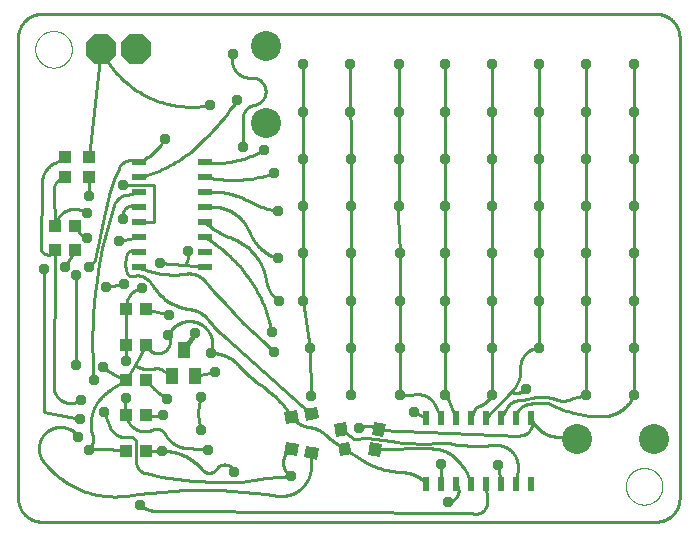
<source format=gbl>
G75*
%MOIN*%
%OFA0B0*%
%FSLAX25Y25*%
%IPPOS*%
%LPD*%
%AMOC8*
5,1,8,0,0,1.08239X$1,22.5*
%
%ADD10C,0.01000*%
%ADD11C,0.00000*%
%ADD12R,0.04331X0.03937*%
%ADD13OC8,0.10050*%
%ADD14R,0.03937X0.04331*%
%ADD15C,0.10000*%
%ADD16R,0.03937X0.05512*%
%ADD17R,0.04724X0.02362*%
%ADD18R,0.02362X0.04724*%
%ADD19C,0.00984*%
%ADD20OC8,0.03562*%
%ADD21C,0.01600*%
D10*
X0009374Y0001500D02*
X0214098Y0001500D01*
X0214288Y0001502D01*
X0214478Y0001509D01*
X0214668Y0001521D01*
X0214858Y0001537D01*
X0215047Y0001557D01*
X0215236Y0001583D01*
X0215424Y0001612D01*
X0215611Y0001647D01*
X0215797Y0001686D01*
X0215982Y0001729D01*
X0216167Y0001777D01*
X0216350Y0001829D01*
X0216531Y0001885D01*
X0216711Y0001946D01*
X0216890Y0002012D01*
X0217067Y0002081D01*
X0217243Y0002155D01*
X0217416Y0002233D01*
X0217588Y0002316D01*
X0217757Y0002402D01*
X0217925Y0002492D01*
X0218090Y0002587D01*
X0218253Y0002685D01*
X0218413Y0002788D01*
X0218571Y0002894D01*
X0218726Y0003004D01*
X0218879Y0003117D01*
X0219029Y0003235D01*
X0219175Y0003356D01*
X0219319Y0003480D01*
X0219460Y0003608D01*
X0219598Y0003739D01*
X0219733Y0003874D01*
X0219864Y0004012D01*
X0219992Y0004153D01*
X0220116Y0004297D01*
X0220237Y0004443D01*
X0220355Y0004593D01*
X0220468Y0004746D01*
X0220578Y0004901D01*
X0220684Y0005059D01*
X0220787Y0005219D01*
X0220885Y0005382D01*
X0220980Y0005547D01*
X0221070Y0005715D01*
X0221156Y0005884D01*
X0221239Y0006056D01*
X0221317Y0006229D01*
X0221391Y0006405D01*
X0221460Y0006582D01*
X0221526Y0006761D01*
X0221587Y0006941D01*
X0221643Y0007122D01*
X0221695Y0007305D01*
X0221743Y0007490D01*
X0221786Y0007675D01*
X0221825Y0007861D01*
X0221860Y0008048D01*
X0221889Y0008236D01*
X0221915Y0008425D01*
X0221935Y0008614D01*
X0221951Y0008804D01*
X0221963Y0008994D01*
X0221970Y0009184D01*
X0221972Y0009374D01*
X0221972Y0162917D01*
X0221970Y0163107D01*
X0221963Y0163297D01*
X0221951Y0163487D01*
X0221935Y0163677D01*
X0221915Y0163866D01*
X0221889Y0164055D01*
X0221860Y0164243D01*
X0221825Y0164430D01*
X0221786Y0164616D01*
X0221743Y0164801D01*
X0221695Y0164986D01*
X0221643Y0165169D01*
X0221587Y0165350D01*
X0221526Y0165530D01*
X0221460Y0165709D01*
X0221391Y0165886D01*
X0221317Y0166062D01*
X0221239Y0166235D01*
X0221156Y0166407D01*
X0221070Y0166576D01*
X0220980Y0166744D01*
X0220885Y0166909D01*
X0220787Y0167072D01*
X0220684Y0167232D01*
X0220578Y0167390D01*
X0220468Y0167545D01*
X0220355Y0167698D01*
X0220237Y0167848D01*
X0220116Y0167994D01*
X0219992Y0168138D01*
X0219864Y0168279D01*
X0219733Y0168417D01*
X0219598Y0168552D01*
X0219460Y0168683D01*
X0219319Y0168811D01*
X0219175Y0168935D01*
X0219029Y0169056D01*
X0218879Y0169174D01*
X0218726Y0169287D01*
X0218571Y0169397D01*
X0218413Y0169503D01*
X0218253Y0169606D01*
X0218090Y0169704D01*
X0217925Y0169799D01*
X0217757Y0169889D01*
X0217588Y0169975D01*
X0217416Y0170058D01*
X0217243Y0170136D01*
X0217067Y0170210D01*
X0216890Y0170279D01*
X0216711Y0170345D01*
X0216531Y0170406D01*
X0216350Y0170462D01*
X0216167Y0170514D01*
X0215982Y0170562D01*
X0215797Y0170605D01*
X0215611Y0170644D01*
X0215424Y0170679D01*
X0215236Y0170708D01*
X0215047Y0170734D01*
X0214858Y0170754D01*
X0214668Y0170770D01*
X0214478Y0170782D01*
X0214288Y0170789D01*
X0214098Y0170791D01*
X0009374Y0170791D01*
X0009184Y0170789D01*
X0008994Y0170782D01*
X0008804Y0170770D01*
X0008614Y0170754D01*
X0008425Y0170734D01*
X0008236Y0170708D01*
X0008048Y0170679D01*
X0007861Y0170644D01*
X0007675Y0170605D01*
X0007490Y0170562D01*
X0007305Y0170514D01*
X0007122Y0170462D01*
X0006941Y0170406D01*
X0006761Y0170345D01*
X0006582Y0170279D01*
X0006405Y0170210D01*
X0006229Y0170136D01*
X0006056Y0170058D01*
X0005884Y0169975D01*
X0005715Y0169889D01*
X0005547Y0169799D01*
X0005382Y0169704D01*
X0005219Y0169606D01*
X0005059Y0169503D01*
X0004901Y0169397D01*
X0004746Y0169287D01*
X0004593Y0169174D01*
X0004443Y0169056D01*
X0004297Y0168935D01*
X0004153Y0168811D01*
X0004012Y0168683D01*
X0003874Y0168552D01*
X0003739Y0168417D01*
X0003608Y0168279D01*
X0003480Y0168138D01*
X0003356Y0167994D01*
X0003235Y0167848D01*
X0003117Y0167698D01*
X0003004Y0167545D01*
X0002894Y0167390D01*
X0002788Y0167232D01*
X0002685Y0167072D01*
X0002587Y0166909D01*
X0002492Y0166744D01*
X0002402Y0166576D01*
X0002316Y0166407D01*
X0002233Y0166235D01*
X0002155Y0166062D01*
X0002081Y0165886D01*
X0002012Y0165709D01*
X0001946Y0165530D01*
X0001885Y0165350D01*
X0001829Y0165169D01*
X0001777Y0164986D01*
X0001729Y0164801D01*
X0001686Y0164616D01*
X0001647Y0164430D01*
X0001612Y0164243D01*
X0001583Y0164055D01*
X0001557Y0163866D01*
X0001537Y0163677D01*
X0001521Y0163487D01*
X0001509Y0163297D01*
X0001502Y0163107D01*
X0001500Y0162917D01*
X0001500Y0009374D01*
X0001502Y0009184D01*
X0001509Y0008994D01*
X0001521Y0008804D01*
X0001537Y0008614D01*
X0001557Y0008425D01*
X0001583Y0008236D01*
X0001612Y0008048D01*
X0001647Y0007861D01*
X0001686Y0007675D01*
X0001729Y0007490D01*
X0001777Y0007305D01*
X0001829Y0007122D01*
X0001885Y0006941D01*
X0001946Y0006761D01*
X0002012Y0006582D01*
X0002081Y0006405D01*
X0002155Y0006229D01*
X0002233Y0006056D01*
X0002316Y0005884D01*
X0002402Y0005715D01*
X0002492Y0005547D01*
X0002587Y0005382D01*
X0002685Y0005219D01*
X0002788Y0005059D01*
X0002894Y0004901D01*
X0003004Y0004746D01*
X0003117Y0004593D01*
X0003235Y0004443D01*
X0003356Y0004297D01*
X0003480Y0004153D01*
X0003608Y0004012D01*
X0003739Y0003874D01*
X0003874Y0003739D01*
X0004012Y0003608D01*
X0004153Y0003480D01*
X0004297Y0003356D01*
X0004443Y0003235D01*
X0004593Y0003117D01*
X0004746Y0003004D01*
X0004901Y0002894D01*
X0005059Y0002788D01*
X0005219Y0002685D01*
X0005382Y0002587D01*
X0005547Y0002492D01*
X0005715Y0002402D01*
X0005884Y0002316D01*
X0006056Y0002233D01*
X0006229Y0002155D01*
X0006405Y0002081D01*
X0006582Y0002012D01*
X0006761Y0001946D01*
X0006941Y0001885D01*
X0007122Y0001829D01*
X0007305Y0001777D01*
X0007490Y0001729D01*
X0007675Y0001686D01*
X0007861Y0001647D01*
X0008048Y0001612D01*
X0008236Y0001583D01*
X0008425Y0001557D01*
X0008614Y0001537D01*
X0008804Y0001521D01*
X0008994Y0001509D01*
X0009184Y0001502D01*
X0009374Y0001500D01*
X0083315Y0046354D02*
X0083971Y0045876D01*
X0084615Y0045382D01*
X0085248Y0044873D01*
X0085868Y0044350D01*
X0086476Y0043812D01*
X0087072Y0043260D01*
X0087654Y0042694D01*
X0088223Y0042115D01*
X0088779Y0041523D01*
X0089320Y0040918D01*
X0089847Y0040301D01*
X0090359Y0039671D01*
X0090857Y0039030D01*
X0091339Y0038377D01*
X0091806Y0037713D01*
X0092258Y0037038D01*
X0092693Y0036353D01*
X0075115Y0053554D02*
X0074910Y0053781D01*
X0074701Y0054002D01*
X0074486Y0054218D01*
X0074266Y0054429D01*
X0074040Y0054635D01*
X0073810Y0054835D01*
X0073575Y0055029D01*
X0073336Y0055218D01*
X0073091Y0055400D01*
X0072843Y0055577D01*
X0072590Y0055747D01*
X0072333Y0055912D01*
X0072072Y0056070D01*
X0071808Y0056221D01*
X0071539Y0056366D01*
X0071268Y0056505D01*
X0070993Y0056637D01*
X0070715Y0056762D01*
X0070434Y0056880D01*
X0070150Y0056991D01*
X0069863Y0057096D01*
X0069574Y0057193D01*
X0069283Y0057283D01*
X0068990Y0057367D01*
X0068694Y0057443D01*
X0068397Y0057511D01*
X0068098Y0057573D01*
X0067798Y0057627D01*
X0067497Y0057674D01*
X0067195Y0057713D01*
X0066891Y0057746D01*
X0066587Y0057770D01*
X0066283Y0057788D01*
X0065978Y0057797D01*
X0065673Y0057800D01*
X0067002Y0051550D02*
X0060439Y0050098D01*
X0052958Y0050098D02*
X0049514Y0052154D01*
X0049412Y0052212D01*
X0049309Y0052267D01*
X0049203Y0052318D01*
X0049096Y0052366D01*
X0048988Y0052411D01*
X0048878Y0052451D01*
X0048767Y0052488D01*
X0048654Y0052521D01*
X0048541Y0052551D01*
X0048426Y0052576D01*
X0048311Y0052598D01*
X0048195Y0052616D01*
X0048079Y0052630D01*
X0047962Y0052640D01*
X0047845Y0052646D01*
X0047728Y0052648D01*
X0047610Y0052646D01*
X0047493Y0052641D01*
X0047376Y0052631D01*
X0047260Y0052617D01*
X0047144Y0052600D01*
X0047029Y0052579D01*
X0046914Y0052554D01*
X0046915Y0052553D02*
X0046711Y0052508D01*
X0046507Y0052467D01*
X0046302Y0052431D01*
X0046096Y0052401D01*
X0045889Y0052375D01*
X0045682Y0052355D01*
X0045474Y0052339D01*
X0045266Y0052329D01*
X0045058Y0052324D01*
X0044850Y0052324D01*
X0044642Y0052328D01*
X0044434Y0052338D01*
X0044226Y0052353D01*
X0044019Y0052373D01*
X0043812Y0052398D01*
X0043606Y0052429D01*
X0043401Y0052464D01*
X0043197Y0052504D01*
X0042993Y0052549D01*
X0042791Y0052599D01*
X0042590Y0052654D01*
X0042391Y0052714D01*
X0042193Y0052779D01*
X0041997Y0052848D01*
X0041802Y0052922D01*
X0041609Y0053001D01*
X0041419Y0053085D01*
X0041230Y0053173D01*
X0041044Y0053266D01*
X0040860Y0053363D01*
X0040678Y0053465D01*
X0040499Y0053572D01*
X0040322Y0053682D01*
X0075114Y0053553D02*
X0075780Y0052814D01*
X0076463Y0052091D01*
X0077162Y0051384D01*
X0077878Y0050693D01*
X0078610Y0050019D01*
X0079358Y0049363D01*
X0080120Y0048724D01*
X0080898Y0048104D01*
X0081690Y0047501D01*
X0082495Y0046918D01*
X0083314Y0046353D01*
D11*
X0204059Y0013311D02*
X0204061Y0013467D01*
X0204067Y0013623D01*
X0204077Y0013778D01*
X0204091Y0013933D01*
X0204109Y0014088D01*
X0204131Y0014242D01*
X0204156Y0014396D01*
X0204186Y0014549D01*
X0204220Y0014701D01*
X0204257Y0014853D01*
X0204298Y0015003D01*
X0204343Y0015152D01*
X0204392Y0015300D01*
X0204445Y0015447D01*
X0204501Y0015592D01*
X0204561Y0015736D01*
X0204625Y0015878D01*
X0204693Y0016019D01*
X0204764Y0016157D01*
X0204838Y0016294D01*
X0204916Y0016429D01*
X0204997Y0016562D01*
X0205082Y0016693D01*
X0205170Y0016822D01*
X0205261Y0016948D01*
X0205356Y0017072D01*
X0205453Y0017193D01*
X0205554Y0017312D01*
X0205658Y0017429D01*
X0205764Y0017542D01*
X0205874Y0017653D01*
X0205986Y0017761D01*
X0206101Y0017866D01*
X0206219Y0017969D01*
X0206339Y0018068D01*
X0206462Y0018164D01*
X0206587Y0018257D01*
X0206714Y0018346D01*
X0206844Y0018433D01*
X0206976Y0018516D01*
X0207110Y0018595D01*
X0207246Y0018672D01*
X0207384Y0018744D01*
X0207523Y0018814D01*
X0207665Y0018879D01*
X0207808Y0018941D01*
X0207952Y0018999D01*
X0208098Y0019054D01*
X0208246Y0019105D01*
X0208394Y0019152D01*
X0208544Y0019195D01*
X0208695Y0019234D01*
X0208847Y0019270D01*
X0208999Y0019301D01*
X0209153Y0019329D01*
X0209307Y0019353D01*
X0209461Y0019373D01*
X0209616Y0019389D01*
X0209772Y0019401D01*
X0209927Y0019409D01*
X0210083Y0019413D01*
X0210239Y0019413D01*
X0210395Y0019409D01*
X0210550Y0019401D01*
X0210706Y0019389D01*
X0210861Y0019373D01*
X0211015Y0019353D01*
X0211169Y0019329D01*
X0211323Y0019301D01*
X0211475Y0019270D01*
X0211627Y0019234D01*
X0211778Y0019195D01*
X0211928Y0019152D01*
X0212076Y0019105D01*
X0212224Y0019054D01*
X0212370Y0018999D01*
X0212514Y0018941D01*
X0212657Y0018879D01*
X0212799Y0018814D01*
X0212938Y0018744D01*
X0213076Y0018672D01*
X0213212Y0018595D01*
X0213346Y0018516D01*
X0213478Y0018433D01*
X0213608Y0018346D01*
X0213735Y0018257D01*
X0213860Y0018164D01*
X0213983Y0018068D01*
X0214103Y0017969D01*
X0214221Y0017866D01*
X0214336Y0017761D01*
X0214448Y0017653D01*
X0214558Y0017542D01*
X0214664Y0017429D01*
X0214768Y0017312D01*
X0214869Y0017193D01*
X0214966Y0017072D01*
X0215061Y0016948D01*
X0215152Y0016822D01*
X0215240Y0016693D01*
X0215325Y0016562D01*
X0215406Y0016429D01*
X0215484Y0016294D01*
X0215558Y0016157D01*
X0215629Y0016019D01*
X0215697Y0015878D01*
X0215761Y0015736D01*
X0215821Y0015592D01*
X0215877Y0015447D01*
X0215930Y0015300D01*
X0215979Y0015152D01*
X0216024Y0015003D01*
X0216065Y0014853D01*
X0216102Y0014701D01*
X0216136Y0014549D01*
X0216166Y0014396D01*
X0216191Y0014242D01*
X0216213Y0014088D01*
X0216231Y0013933D01*
X0216245Y0013778D01*
X0216255Y0013623D01*
X0216261Y0013467D01*
X0216263Y0013311D01*
X0216261Y0013155D01*
X0216255Y0012999D01*
X0216245Y0012844D01*
X0216231Y0012689D01*
X0216213Y0012534D01*
X0216191Y0012380D01*
X0216166Y0012226D01*
X0216136Y0012073D01*
X0216102Y0011921D01*
X0216065Y0011769D01*
X0216024Y0011619D01*
X0215979Y0011470D01*
X0215930Y0011322D01*
X0215877Y0011175D01*
X0215821Y0011030D01*
X0215761Y0010886D01*
X0215697Y0010744D01*
X0215629Y0010603D01*
X0215558Y0010465D01*
X0215484Y0010328D01*
X0215406Y0010193D01*
X0215325Y0010060D01*
X0215240Y0009929D01*
X0215152Y0009800D01*
X0215061Y0009674D01*
X0214966Y0009550D01*
X0214869Y0009429D01*
X0214768Y0009310D01*
X0214664Y0009193D01*
X0214558Y0009080D01*
X0214448Y0008969D01*
X0214336Y0008861D01*
X0214221Y0008756D01*
X0214103Y0008653D01*
X0213983Y0008554D01*
X0213860Y0008458D01*
X0213735Y0008365D01*
X0213608Y0008276D01*
X0213478Y0008189D01*
X0213346Y0008106D01*
X0213212Y0008027D01*
X0213076Y0007950D01*
X0212938Y0007878D01*
X0212799Y0007808D01*
X0212657Y0007743D01*
X0212514Y0007681D01*
X0212370Y0007623D01*
X0212224Y0007568D01*
X0212076Y0007517D01*
X0211928Y0007470D01*
X0211778Y0007427D01*
X0211627Y0007388D01*
X0211475Y0007352D01*
X0211323Y0007321D01*
X0211169Y0007293D01*
X0211015Y0007269D01*
X0210861Y0007249D01*
X0210706Y0007233D01*
X0210550Y0007221D01*
X0210395Y0007213D01*
X0210239Y0007209D01*
X0210083Y0007209D01*
X0209927Y0007213D01*
X0209772Y0007221D01*
X0209616Y0007233D01*
X0209461Y0007249D01*
X0209307Y0007269D01*
X0209153Y0007293D01*
X0208999Y0007321D01*
X0208847Y0007352D01*
X0208695Y0007388D01*
X0208544Y0007427D01*
X0208394Y0007470D01*
X0208246Y0007517D01*
X0208098Y0007568D01*
X0207952Y0007623D01*
X0207808Y0007681D01*
X0207665Y0007743D01*
X0207523Y0007808D01*
X0207384Y0007878D01*
X0207246Y0007950D01*
X0207110Y0008027D01*
X0206976Y0008106D01*
X0206844Y0008189D01*
X0206714Y0008276D01*
X0206587Y0008365D01*
X0206462Y0008458D01*
X0206339Y0008554D01*
X0206219Y0008653D01*
X0206101Y0008756D01*
X0205986Y0008861D01*
X0205874Y0008969D01*
X0205764Y0009080D01*
X0205658Y0009193D01*
X0205554Y0009310D01*
X0205453Y0009429D01*
X0205356Y0009550D01*
X0205261Y0009674D01*
X0205170Y0009800D01*
X0205082Y0009929D01*
X0204997Y0010060D01*
X0204916Y0010193D01*
X0204838Y0010328D01*
X0204764Y0010465D01*
X0204693Y0010603D01*
X0204625Y0010744D01*
X0204561Y0010886D01*
X0204501Y0011030D01*
X0204445Y0011175D01*
X0204392Y0011322D01*
X0204343Y0011470D01*
X0204298Y0011619D01*
X0204257Y0011769D01*
X0204220Y0011921D01*
X0204186Y0012073D01*
X0204156Y0012226D01*
X0204131Y0012380D01*
X0204109Y0012534D01*
X0204091Y0012689D01*
X0204077Y0012844D01*
X0204067Y0012999D01*
X0204061Y0013155D01*
X0204059Y0013311D01*
X0007209Y0158980D02*
X0007211Y0159136D01*
X0007217Y0159292D01*
X0007227Y0159447D01*
X0007241Y0159602D01*
X0007259Y0159757D01*
X0007281Y0159911D01*
X0007306Y0160065D01*
X0007336Y0160218D01*
X0007370Y0160370D01*
X0007407Y0160522D01*
X0007448Y0160672D01*
X0007493Y0160821D01*
X0007542Y0160969D01*
X0007595Y0161116D01*
X0007651Y0161261D01*
X0007711Y0161405D01*
X0007775Y0161547D01*
X0007843Y0161688D01*
X0007914Y0161826D01*
X0007988Y0161963D01*
X0008066Y0162098D01*
X0008147Y0162231D01*
X0008232Y0162362D01*
X0008320Y0162491D01*
X0008411Y0162617D01*
X0008506Y0162741D01*
X0008603Y0162862D01*
X0008704Y0162981D01*
X0008808Y0163098D01*
X0008914Y0163211D01*
X0009024Y0163322D01*
X0009136Y0163430D01*
X0009251Y0163535D01*
X0009369Y0163638D01*
X0009489Y0163737D01*
X0009612Y0163833D01*
X0009737Y0163926D01*
X0009864Y0164015D01*
X0009994Y0164102D01*
X0010126Y0164185D01*
X0010260Y0164264D01*
X0010396Y0164341D01*
X0010534Y0164413D01*
X0010673Y0164483D01*
X0010815Y0164548D01*
X0010958Y0164610D01*
X0011102Y0164668D01*
X0011248Y0164723D01*
X0011396Y0164774D01*
X0011544Y0164821D01*
X0011694Y0164864D01*
X0011845Y0164903D01*
X0011997Y0164939D01*
X0012149Y0164970D01*
X0012303Y0164998D01*
X0012457Y0165022D01*
X0012611Y0165042D01*
X0012766Y0165058D01*
X0012922Y0165070D01*
X0013077Y0165078D01*
X0013233Y0165082D01*
X0013389Y0165082D01*
X0013545Y0165078D01*
X0013700Y0165070D01*
X0013856Y0165058D01*
X0014011Y0165042D01*
X0014165Y0165022D01*
X0014319Y0164998D01*
X0014473Y0164970D01*
X0014625Y0164939D01*
X0014777Y0164903D01*
X0014928Y0164864D01*
X0015078Y0164821D01*
X0015226Y0164774D01*
X0015374Y0164723D01*
X0015520Y0164668D01*
X0015664Y0164610D01*
X0015807Y0164548D01*
X0015949Y0164483D01*
X0016088Y0164413D01*
X0016226Y0164341D01*
X0016362Y0164264D01*
X0016496Y0164185D01*
X0016628Y0164102D01*
X0016758Y0164015D01*
X0016885Y0163926D01*
X0017010Y0163833D01*
X0017133Y0163737D01*
X0017253Y0163638D01*
X0017371Y0163535D01*
X0017486Y0163430D01*
X0017598Y0163322D01*
X0017708Y0163211D01*
X0017814Y0163098D01*
X0017918Y0162981D01*
X0018019Y0162862D01*
X0018116Y0162741D01*
X0018211Y0162617D01*
X0018302Y0162491D01*
X0018390Y0162362D01*
X0018475Y0162231D01*
X0018556Y0162098D01*
X0018634Y0161963D01*
X0018708Y0161826D01*
X0018779Y0161688D01*
X0018847Y0161547D01*
X0018911Y0161405D01*
X0018971Y0161261D01*
X0019027Y0161116D01*
X0019080Y0160969D01*
X0019129Y0160821D01*
X0019174Y0160672D01*
X0019215Y0160522D01*
X0019252Y0160370D01*
X0019286Y0160218D01*
X0019316Y0160065D01*
X0019341Y0159911D01*
X0019363Y0159757D01*
X0019381Y0159602D01*
X0019395Y0159447D01*
X0019405Y0159292D01*
X0019411Y0159136D01*
X0019413Y0158980D01*
X0019411Y0158824D01*
X0019405Y0158668D01*
X0019395Y0158513D01*
X0019381Y0158358D01*
X0019363Y0158203D01*
X0019341Y0158049D01*
X0019316Y0157895D01*
X0019286Y0157742D01*
X0019252Y0157590D01*
X0019215Y0157438D01*
X0019174Y0157288D01*
X0019129Y0157139D01*
X0019080Y0156991D01*
X0019027Y0156844D01*
X0018971Y0156699D01*
X0018911Y0156555D01*
X0018847Y0156413D01*
X0018779Y0156272D01*
X0018708Y0156134D01*
X0018634Y0155997D01*
X0018556Y0155862D01*
X0018475Y0155729D01*
X0018390Y0155598D01*
X0018302Y0155469D01*
X0018211Y0155343D01*
X0018116Y0155219D01*
X0018019Y0155098D01*
X0017918Y0154979D01*
X0017814Y0154862D01*
X0017708Y0154749D01*
X0017598Y0154638D01*
X0017486Y0154530D01*
X0017371Y0154425D01*
X0017253Y0154322D01*
X0017133Y0154223D01*
X0017010Y0154127D01*
X0016885Y0154034D01*
X0016758Y0153945D01*
X0016628Y0153858D01*
X0016496Y0153775D01*
X0016362Y0153696D01*
X0016226Y0153619D01*
X0016088Y0153547D01*
X0015949Y0153477D01*
X0015807Y0153412D01*
X0015664Y0153350D01*
X0015520Y0153292D01*
X0015374Y0153237D01*
X0015226Y0153186D01*
X0015078Y0153139D01*
X0014928Y0153096D01*
X0014777Y0153057D01*
X0014625Y0153021D01*
X0014473Y0152990D01*
X0014319Y0152962D01*
X0014165Y0152938D01*
X0014011Y0152918D01*
X0013856Y0152902D01*
X0013700Y0152890D01*
X0013545Y0152882D01*
X0013389Y0152878D01*
X0013233Y0152878D01*
X0013077Y0152882D01*
X0012922Y0152890D01*
X0012766Y0152902D01*
X0012611Y0152918D01*
X0012457Y0152938D01*
X0012303Y0152962D01*
X0012149Y0152990D01*
X0011997Y0153021D01*
X0011845Y0153057D01*
X0011694Y0153096D01*
X0011544Y0153139D01*
X0011396Y0153186D01*
X0011248Y0153237D01*
X0011102Y0153292D01*
X0010958Y0153350D01*
X0010815Y0153412D01*
X0010673Y0153477D01*
X0010534Y0153547D01*
X0010396Y0153619D01*
X0010260Y0153696D01*
X0010126Y0153775D01*
X0009994Y0153858D01*
X0009864Y0153945D01*
X0009737Y0154034D01*
X0009612Y0154127D01*
X0009489Y0154223D01*
X0009369Y0154322D01*
X0009251Y0154425D01*
X0009136Y0154530D01*
X0009024Y0154638D01*
X0008914Y0154749D01*
X0008808Y0154862D01*
X0008704Y0154979D01*
X0008603Y0155098D01*
X0008506Y0155219D01*
X0008411Y0155343D01*
X0008320Y0155469D01*
X0008232Y0155598D01*
X0008147Y0155729D01*
X0008066Y0155862D01*
X0007988Y0155997D01*
X0007914Y0156134D01*
X0007843Y0156272D01*
X0007775Y0156413D01*
X0007711Y0156555D01*
X0007651Y0156699D01*
X0007595Y0156844D01*
X0007542Y0156991D01*
X0007493Y0157139D01*
X0007448Y0157288D01*
X0007407Y0157438D01*
X0007370Y0157590D01*
X0007336Y0157742D01*
X0007306Y0157895D01*
X0007281Y0158049D01*
X0007259Y0158203D01*
X0007241Y0158358D01*
X0007227Y0158513D01*
X0007217Y0158668D01*
X0007211Y0158824D01*
X0007209Y0158980D01*
D12*
X0013902Y0099925D03*
X0020594Y0099925D03*
X0020594Y0092051D03*
X0013902Y0092051D03*
X0037524Y0072366D03*
X0044217Y0072366D03*
X0044217Y0060555D03*
X0037524Y0060555D03*
X0037524Y0048744D03*
X0044217Y0048744D03*
X0044217Y0036933D03*
X0037524Y0036933D03*
X0037524Y0025122D03*
X0044217Y0025122D03*
G36*
X0090903Y0028017D02*
X0095166Y0027265D01*
X0094483Y0023389D01*
X0090220Y0024141D01*
X0090903Y0028017D01*
G37*
G36*
X0097494Y0026855D02*
X0101757Y0026103D01*
X0101074Y0022227D01*
X0096811Y0022979D01*
X0097494Y0026855D01*
G37*
G36*
X0110749Y0034828D02*
X0111501Y0030565D01*
X0107625Y0029882D01*
X0106873Y0034145D01*
X0110749Y0034828D01*
G37*
G36*
X0119334Y0030447D02*
X0120086Y0034710D01*
X0123962Y0034027D01*
X0123210Y0029764D01*
X0119334Y0030447D01*
G37*
G36*
X0118172Y0023855D02*
X0118924Y0028118D01*
X0122800Y0027435D01*
X0122048Y0023172D01*
X0118172Y0023855D01*
G37*
G36*
X0111911Y0028236D02*
X0112663Y0023973D01*
X0108787Y0023290D01*
X0108035Y0027553D01*
X0111911Y0028236D01*
G37*
G36*
X0096811Y0039076D02*
X0101074Y0039828D01*
X0101757Y0035952D01*
X0097494Y0035200D01*
X0096811Y0039076D01*
G37*
G36*
X0090220Y0037914D02*
X0094483Y0038666D01*
X0095166Y0034790D01*
X0090903Y0034038D01*
X0090220Y0037914D01*
G37*
D13*
X0040870Y0158980D03*
X0029059Y0158980D03*
D14*
X0025122Y0122957D03*
X0025122Y0116264D03*
X0017248Y0116264D03*
X0017248Y0122957D03*
D15*
X0084177Y0134374D03*
X0084177Y0159965D03*
X0187917Y0029059D03*
X0213508Y0029059D03*
D16*
X0060439Y0050098D03*
X0052958Y0050098D03*
X0056698Y0058760D03*
D17*
X0063705Y0086362D03*
X0063705Y0091362D03*
X0063705Y0096362D03*
X0063705Y0101362D03*
X0063705Y0106362D03*
X0063705Y0111362D03*
X0063705Y0116362D03*
X0063705Y0121362D03*
X0041657Y0121362D03*
X0041657Y0116362D03*
X0041657Y0111362D03*
X0041657Y0106362D03*
X0041657Y0101362D03*
X0041657Y0096362D03*
X0041657Y0091362D03*
X0041657Y0086362D03*
D18*
X0137543Y0036146D03*
X0142543Y0036146D03*
X0147543Y0036146D03*
X0152543Y0036146D03*
X0157543Y0036146D03*
X0162543Y0036146D03*
X0167543Y0036146D03*
X0172543Y0036146D03*
X0172543Y0014098D03*
X0167543Y0014098D03*
X0162543Y0014098D03*
X0157543Y0014098D03*
X0152543Y0014098D03*
X0147543Y0014098D03*
X0142543Y0014098D03*
X0137543Y0014098D03*
D19*
X0139295Y0025909D02*
X0139567Y0025909D01*
X0139838Y0025902D01*
X0140110Y0025889D01*
X0140381Y0025868D01*
X0140651Y0025842D01*
X0140921Y0025809D01*
X0141189Y0025769D01*
X0141457Y0025723D01*
X0141724Y0025670D01*
X0141989Y0025611D01*
X0142253Y0025545D01*
X0142515Y0025473D01*
X0142775Y0025395D01*
X0143033Y0025310D01*
X0143289Y0025219D01*
X0143543Y0025122D01*
X0143794Y0025019D01*
X0144043Y0024910D01*
X0144289Y0024795D01*
X0144532Y0024674D01*
X0144772Y0024547D01*
X0145009Y0024414D01*
X0145243Y0024275D01*
X0145473Y0024131D01*
X0145700Y0023982D01*
X0145923Y0023827D01*
X0146142Y0023666D01*
X0146358Y0023500D01*
X0146569Y0023329D01*
X0146776Y0023153D01*
X0142445Y0020791D02*
X0142543Y0014098D01*
X0147544Y0014098D02*
X0147615Y0014002D01*
X0147684Y0013904D01*
X0147749Y0013804D01*
X0147811Y0013702D01*
X0147870Y0013598D01*
X0147925Y0013492D01*
X0147976Y0013384D01*
X0148025Y0013274D01*
X0148069Y0013164D01*
X0148110Y0013051D01*
X0148147Y0012938D01*
X0148181Y0012823D01*
X0148210Y0012707D01*
X0148236Y0012590D01*
X0148258Y0012473D01*
X0148277Y0012355D01*
X0148291Y0012236D01*
X0148302Y0012117D01*
X0148308Y0011997D01*
X0148311Y0011878D01*
X0148310Y0011758D01*
X0148305Y0011639D01*
X0148296Y0011520D01*
X0148283Y0011401D01*
X0148266Y0011282D01*
X0148246Y0011165D01*
X0148221Y0011048D01*
X0148193Y0010931D01*
X0148161Y0010816D01*
X0148125Y0010702D01*
X0148086Y0010589D01*
X0148043Y0010478D01*
X0147996Y0010368D01*
X0147946Y0010259D01*
X0147892Y0010152D01*
X0147835Y0010047D01*
X0147774Y0009944D01*
X0147710Y0009843D01*
X0147643Y0009744D01*
X0147573Y0009648D01*
X0147499Y0009554D01*
X0147423Y0009462D01*
X0147343Y0009372D01*
X0147261Y0009286D01*
X0147176Y0009202D01*
X0147088Y0009121D01*
X0146997Y0009043D01*
X0146904Y0008967D01*
X0146809Y0008895D01*
X0146711Y0008826D01*
X0146611Y0008761D01*
X0146509Y0008698D01*
X0146406Y0008639D01*
X0146300Y0008583D01*
X0146192Y0008531D01*
X0146083Y0008482D01*
X0145972Y0008437D01*
X0145860Y0008396D01*
X0145747Y0008358D01*
X0145632Y0008324D01*
X0145516Y0008294D01*
X0145400Y0008267D01*
X0145282Y0008245D01*
X0145164Y0008226D01*
X0145046Y0008211D01*
X0144927Y0008200D01*
X0144807Y0008193D01*
X0153075Y0004256D02*
X0047957Y0005043D01*
X0049531Y0025122D02*
X0049955Y0025117D01*
X0050380Y0025101D01*
X0050803Y0025075D01*
X0051226Y0025039D01*
X0051648Y0024993D01*
X0052069Y0024936D01*
X0052488Y0024868D01*
X0052905Y0024791D01*
X0053321Y0024704D01*
X0053734Y0024606D01*
X0054144Y0024498D01*
X0054552Y0024380D01*
X0054957Y0024253D01*
X0055359Y0024115D01*
X0055757Y0023968D01*
X0056151Y0023811D01*
X0056542Y0023645D01*
X0056928Y0023469D01*
X0057310Y0023283D01*
X0057687Y0023088D01*
X0058059Y0022885D01*
X0058427Y0022672D01*
X0058788Y0022450D01*
X0059145Y0022219D01*
X0059496Y0021980D01*
X0059840Y0021732D01*
X0060179Y0021476D01*
X0060511Y0021212D01*
X0060837Y0020940D01*
X0061156Y0020660D01*
X0061468Y0020372D01*
X0061772Y0020076D01*
X0062070Y0019773D01*
X0062360Y0019464D01*
X0062642Y0019147D01*
X0062917Y0018823D01*
X0062918Y0018823D02*
X0062987Y0018742D01*
X0063060Y0018664D01*
X0063135Y0018588D01*
X0063214Y0018515D01*
X0063295Y0018445D01*
X0063378Y0018378D01*
X0063464Y0018314D01*
X0063552Y0018254D01*
X0063642Y0018196D01*
X0063735Y0018143D01*
X0063829Y0018092D01*
X0063925Y0018045D01*
X0064023Y0018002D01*
X0064122Y0017962D01*
X0064223Y0017926D01*
X0064325Y0017894D01*
X0064428Y0017866D01*
X0064532Y0017841D01*
X0064637Y0017821D01*
X0064743Y0017804D01*
X0064849Y0017791D01*
X0064955Y0017782D01*
X0065062Y0017777D01*
X0065169Y0017776D01*
X0065276Y0017779D01*
X0065383Y0017786D01*
X0065489Y0017797D01*
X0065595Y0017812D01*
X0065700Y0017830D01*
X0065805Y0017853D01*
X0065909Y0017879D01*
X0066011Y0017910D01*
X0066113Y0017944D01*
X0066213Y0017981D01*
X0066311Y0018023D01*
X0066408Y0018068D01*
X0066503Y0018116D01*
X0066597Y0018169D01*
X0066688Y0018224D01*
X0066777Y0018283D01*
X0066864Y0018345D01*
X0066949Y0018410D01*
X0067031Y0018479D01*
X0067111Y0018550D01*
X0067188Y0018625D01*
X0067262Y0018702D01*
X0067333Y0018782D01*
X0067401Y0018864D01*
X0067466Y0018949D01*
X0067528Y0019036D01*
X0067587Y0019125D01*
X0067642Y0019217D01*
X0067711Y0019308D01*
X0067783Y0019396D01*
X0067859Y0019482D01*
X0067937Y0019566D01*
X0068018Y0019647D01*
X0068101Y0019725D01*
X0068188Y0019799D01*
X0068276Y0019871D01*
X0068368Y0019940D01*
X0068461Y0020006D01*
X0068557Y0020068D01*
X0068655Y0020127D01*
X0068755Y0020183D01*
X0068856Y0020235D01*
X0068960Y0020284D01*
X0069065Y0020329D01*
X0069171Y0020371D01*
X0069279Y0020408D01*
X0069388Y0020442D01*
X0069499Y0020473D01*
X0069610Y0020499D01*
X0069722Y0020521D01*
X0069835Y0020540D01*
X0069948Y0020555D01*
X0070062Y0020566D01*
X0070176Y0020573D01*
X0070290Y0020576D01*
X0070405Y0020575D01*
X0070519Y0020570D01*
X0070633Y0020561D01*
X0070746Y0020549D01*
X0070859Y0020532D01*
X0070972Y0020512D01*
X0071084Y0020487D01*
X0071194Y0020459D01*
X0071304Y0020427D01*
X0071413Y0020391D01*
X0071520Y0020352D01*
X0071626Y0020309D01*
X0071730Y0020262D01*
X0071833Y0020212D01*
X0071934Y0020158D01*
X0072033Y0020101D01*
X0072130Y0020040D01*
X0072224Y0019976D01*
X0072317Y0019909D01*
X0072407Y0019839D01*
X0072495Y0019765D01*
X0072580Y0019689D01*
X0072662Y0019610D01*
X0072742Y0019528D01*
X0072818Y0019443D01*
X0072892Y0019356D01*
X0072963Y0019266D01*
X0073031Y0019174D01*
X0073095Y0019079D01*
X0073156Y0018983D01*
X0073214Y0018884D01*
X0073268Y0018783D01*
X0073319Y0018681D01*
X0073366Y0018577D01*
X0073410Y0018471D01*
X0073450Y0018364D01*
X0073486Y0018256D01*
X0073519Y0018146D01*
X0073547Y0018036D01*
X0064886Y0025516D02*
X0058193Y0025909D01*
X0049531Y0025122D02*
X0044217Y0025122D01*
X0040870Y0021972D02*
X0040857Y0021850D01*
X0040848Y0021728D01*
X0040842Y0021605D01*
X0040841Y0021482D01*
X0040843Y0021360D01*
X0040850Y0021237D01*
X0040860Y0021115D01*
X0040874Y0020993D01*
X0040891Y0020871D01*
X0040913Y0020750D01*
X0040938Y0020630D01*
X0040967Y0020511D01*
X0041000Y0020393D01*
X0041036Y0020275D01*
X0041076Y0020159D01*
X0041120Y0020045D01*
X0041167Y0019931D01*
X0041218Y0019820D01*
X0041272Y0019710D01*
X0041329Y0019601D01*
X0041390Y0019495D01*
X0041454Y0019390D01*
X0041522Y0019287D01*
X0041592Y0019187D01*
X0041666Y0019089D01*
X0041743Y0018993D01*
X0041823Y0018900D01*
X0041905Y0018809D01*
X0041991Y0018721D01*
X0042079Y0018635D01*
X0042169Y0018553D01*
X0042263Y0018473D01*
X0042358Y0018396D01*
X0042456Y0018322D01*
X0042557Y0018252D01*
X0042659Y0018184D01*
X0042764Y0018120D01*
X0042870Y0018059D01*
X0042979Y0018001D01*
X0043089Y0017947D01*
X0043200Y0017896D01*
X0043314Y0017849D01*
X0043428Y0017805D01*
X0043544Y0017765D01*
X0043662Y0017729D01*
X0043780Y0017696D01*
X0043899Y0017667D01*
X0044019Y0017641D01*
X0042051Y0007012D02*
X0042241Y0006873D01*
X0042433Y0006739D01*
X0042629Y0006610D01*
X0042828Y0006485D01*
X0043029Y0006365D01*
X0043234Y0006250D01*
X0043441Y0006140D01*
X0043651Y0006035D01*
X0043863Y0005935D01*
X0044077Y0005840D01*
X0044294Y0005750D01*
X0044513Y0005665D01*
X0044733Y0005586D01*
X0044956Y0005512D01*
X0045180Y0005443D01*
X0045406Y0005379D01*
X0045633Y0005321D01*
X0045862Y0005269D01*
X0046092Y0005221D01*
X0046322Y0005180D01*
X0046554Y0005143D01*
X0046787Y0005113D01*
X0047020Y0005088D01*
X0047254Y0005068D01*
X0047488Y0005054D01*
X0047722Y0005046D01*
X0047957Y0005043D01*
X0037720Y0010161D02*
X0041572Y0010723D01*
X0045436Y0011192D01*
X0049310Y0011567D01*
X0053192Y0011849D01*
X0057080Y0012037D01*
X0060971Y0012131D01*
X0064863Y0012131D01*
X0068754Y0012037D01*
X0072642Y0011849D01*
X0076524Y0011567D01*
X0080398Y0011192D01*
X0084262Y0010723D01*
X0088114Y0010161D01*
X0088355Y0010136D01*
X0088596Y0010117D01*
X0088837Y0010104D01*
X0089079Y0010097D01*
X0089321Y0010095D01*
X0089563Y0010100D01*
X0089805Y0010110D01*
X0090046Y0010127D01*
X0090287Y0010149D01*
X0090527Y0010177D01*
X0090767Y0010211D01*
X0091005Y0010251D01*
X0091243Y0010297D01*
X0091479Y0010348D01*
X0091714Y0010406D01*
X0091948Y0010469D01*
X0092180Y0010538D01*
X0092410Y0010612D01*
X0092639Y0010692D01*
X0092865Y0010778D01*
X0093089Y0010869D01*
X0093311Y0010965D01*
X0093530Y0011067D01*
X0093747Y0011174D01*
X0093961Y0011287D01*
X0094173Y0011405D01*
X0094381Y0011528D01*
X0094586Y0011656D01*
X0094788Y0011789D01*
X0094987Y0011927D01*
X0095183Y0012069D01*
X0095374Y0012217D01*
X0095562Y0012369D01*
X0095747Y0012526D01*
X0095927Y0012687D01*
X0096104Y0012852D01*
X0096276Y0013022D01*
X0096444Y0013196D01*
X0096608Y0013374D01*
X0096768Y0013556D01*
X0096923Y0013742D01*
X0097073Y0013931D01*
X0097219Y0014125D01*
X0097359Y0014321D01*
X0097495Y0014521D01*
X0097627Y0014725D01*
X0097753Y0014931D01*
X0097874Y0015141D01*
X0097989Y0015353D01*
X0098100Y0015568D01*
X0098205Y0015786D01*
X0098305Y0016006D01*
X0098400Y0016229D01*
X0098489Y0016454D01*
X0098572Y0016681D01*
X0098650Y0016910D01*
X0098722Y0017141D01*
X0098789Y0017374D01*
X0098850Y0017608D01*
X0098905Y0017843D01*
X0098954Y0018080D01*
X0098998Y0018318D01*
X0099035Y0018557D01*
X0099067Y0018797D01*
X0099093Y0019038D01*
X0099113Y0019279D01*
X0099127Y0019520D01*
X0099136Y0019762D01*
X0099138Y0020004D01*
X0099284Y0024541D01*
X0104650Y0029847D02*
X0104482Y0030023D01*
X0104310Y0030196D01*
X0104135Y0030364D01*
X0103955Y0030528D01*
X0103771Y0030688D01*
X0103584Y0030843D01*
X0103392Y0030994D01*
X0103198Y0031141D01*
X0103000Y0031282D01*
X0102798Y0031419D01*
X0102594Y0031551D01*
X0102386Y0031678D01*
X0102175Y0031801D01*
X0101962Y0031918D01*
X0101746Y0032030D01*
X0101527Y0032137D01*
X0101306Y0032238D01*
X0101082Y0032335D01*
X0100856Y0032426D01*
X0100628Y0032511D01*
X0100398Y0032591D01*
X0100166Y0032666D01*
X0099933Y0032735D01*
X0099698Y0032799D01*
X0099461Y0032856D01*
X0099223Y0032909D01*
X0098984Y0032955D01*
X0098744Y0032996D01*
X0099284Y0037514D02*
X0070398Y0062917D01*
X0051107Y0042444D02*
X0050550Y0042817D01*
X0050001Y0043201D01*
X0049463Y0043599D01*
X0048933Y0044009D01*
X0048413Y0044432D01*
X0047903Y0044866D01*
X0047404Y0045312D01*
X0046915Y0045770D01*
X0046437Y0046239D01*
X0045969Y0046719D01*
X0045514Y0047210D01*
X0045069Y0047711D01*
X0044637Y0048222D01*
X0044217Y0048744D01*
X0040322Y0053682D02*
X0044217Y0060555D01*
X0044252Y0060434D01*
X0044291Y0060315D01*
X0044334Y0060196D01*
X0044380Y0060079D01*
X0044430Y0059964D01*
X0044484Y0059850D01*
X0044541Y0059738D01*
X0044602Y0059628D01*
X0044666Y0059520D01*
X0044734Y0059414D01*
X0044804Y0059310D01*
X0044878Y0059209D01*
X0044956Y0059109D01*
X0045036Y0059012D01*
X0045119Y0058918D01*
X0045205Y0058827D01*
X0045294Y0058738D01*
X0045386Y0058652D01*
X0045480Y0058569D01*
X0045577Y0058489D01*
X0045677Y0058412D01*
X0045779Y0058338D01*
X0045883Y0058267D01*
X0045989Y0058200D01*
X0046097Y0058136D01*
X0046207Y0058075D01*
X0046319Y0058018D01*
X0046433Y0057965D01*
X0046549Y0057915D01*
X0046666Y0057869D01*
X0046784Y0057826D01*
X0046904Y0057788D01*
X0047024Y0057753D01*
X0047146Y0057721D01*
X0047269Y0057694D01*
X0047392Y0057670D01*
X0047517Y0057651D01*
X0047641Y0057635D01*
X0047767Y0057623D01*
X0047892Y0057615D01*
X0048018Y0057611D01*
X0048144Y0057612D01*
X0048269Y0057615D01*
X0048395Y0057623D01*
X0048520Y0057635D01*
X0048645Y0057651D01*
X0048769Y0057671D01*
X0048892Y0057694D01*
X0049015Y0057722D01*
X0049137Y0057753D01*
X0049258Y0057788D01*
X0049377Y0057827D01*
X0049496Y0057869D01*
X0049613Y0057916D01*
X0049728Y0057966D01*
X0049842Y0058019D01*
X0049954Y0058076D01*
X0050064Y0058137D01*
X0050172Y0058201D01*
X0050278Y0058268D01*
X0050383Y0058339D01*
X0050484Y0058412D01*
X0050584Y0058489D01*
X0050681Y0058570D01*
X0050775Y0058653D01*
X0050867Y0058739D01*
X0050956Y0058828D01*
X0051042Y0058919D01*
X0051125Y0059013D01*
X0051205Y0059110D01*
X0051282Y0059210D01*
X0051356Y0059311D01*
X0051427Y0059415D01*
X0051495Y0059521D01*
X0051559Y0059629D01*
X0051619Y0059740D01*
X0051677Y0059852D01*
X0051730Y0059965D01*
X0051780Y0060081D01*
X0051827Y0060198D01*
X0051870Y0060316D01*
X0051909Y0060435D01*
X0051944Y0060556D01*
X0051975Y0060678D01*
X0052003Y0060801D01*
X0052026Y0060924D01*
X0052046Y0061048D01*
X0052062Y0061173D01*
X0052074Y0061298D01*
X0052082Y0061424D01*
X0052086Y0061549D01*
X0052087Y0061675D01*
X0052083Y0061801D01*
X0052075Y0061926D01*
X0052063Y0062051D01*
X0052048Y0062176D01*
X0052028Y0062300D01*
X0052005Y0062424D01*
X0051978Y0062547D01*
X0051947Y0062669D01*
X0051912Y0062789D01*
X0051873Y0062909D01*
X0051831Y0063027D01*
X0051785Y0063144D01*
X0051735Y0063260D01*
X0051682Y0063374D01*
X0051625Y0063486D01*
X0051565Y0063596D01*
X0051501Y0063705D01*
X0058587Y0072366D02*
X0058810Y0072337D01*
X0059032Y0072303D01*
X0059253Y0072264D01*
X0059474Y0072219D01*
X0059693Y0072169D01*
X0059911Y0072113D01*
X0060127Y0072053D01*
X0060342Y0071987D01*
X0060556Y0071916D01*
X0060767Y0071840D01*
X0060977Y0071759D01*
X0061185Y0071673D01*
X0061390Y0071582D01*
X0061594Y0071487D01*
X0061795Y0071386D01*
X0061993Y0071280D01*
X0062189Y0071170D01*
X0062383Y0071055D01*
X0062573Y0070936D01*
X0062761Y0070812D01*
X0062945Y0070683D01*
X0063126Y0070550D01*
X0063305Y0070413D01*
X0063479Y0070272D01*
X0063651Y0070126D01*
X0063818Y0069977D01*
X0063983Y0069823D01*
X0064143Y0069666D01*
X0064300Y0069504D01*
X0064452Y0069339D01*
X0064601Y0069171D01*
X0064746Y0068998D01*
X0064886Y0068823D01*
X0065672Y0057800D02*
X0065741Y0057974D01*
X0065805Y0058150D01*
X0065865Y0058328D01*
X0065920Y0058507D01*
X0065971Y0058687D01*
X0066018Y0058868D01*
X0066060Y0059051D01*
X0066098Y0059234D01*
X0066131Y0059419D01*
X0066160Y0059604D01*
X0066184Y0059790D01*
X0066204Y0059976D01*
X0066219Y0060163D01*
X0066229Y0060350D01*
X0066235Y0060537D01*
X0066237Y0060724D01*
X0066234Y0060912D01*
X0066226Y0061099D01*
X0066214Y0061286D01*
X0066197Y0061472D01*
X0066176Y0061658D01*
X0066150Y0061844D01*
X0066119Y0062029D01*
X0066084Y0062213D01*
X0066045Y0062396D01*
X0066001Y0062578D01*
X0065953Y0062759D01*
X0065900Y0062939D01*
X0065843Y0063117D01*
X0065781Y0063294D01*
X0065716Y0063470D01*
X0065646Y0063644D01*
X0065571Y0063816D01*
X0065493Y0063986D01*
X0065411Y0064154D01*
X0065324Y0064320D01*
X0065233Y0064484D01*
X0065139Y0064646D01*
X0065040Y0064805D01*
X0064938Y0064962D01*
X0064832Y0065116D01*
X0064722Y0065268D01*
X0064608Y0065417D01*
X0064491Y0065563D01*
X0064370Y0065707D01*
X0064246Y0065847D01*
X0064119Y0065984D01*
X0063988Y0066118D01*
X0063854Y0066249D01*
X0063716Y0066377D01*
X0063576Y0066501D01*
X0063433Y0066621D01*
X0063287Y0066738D01*
X0063137Y0066852D01*
X0062986Y0066962D01*
X0062831Y0067068D01*
X0062674Y0067170D01*
X0062515Y0067269D01*
X0062353Y0067363D01*
X0062189Y0067454D01*
X0062023Y0067540D01*
X0061855Y0067623D01*
X0061685Y0067701D01*
X0061513Y0067775D01*
X0061339Y0067845D01*
X0061163Y0067911D01*
X0060986Y0067972D01*
X0060808Y0068030D01*
X0060628Y0068082D01*
X0060447Y0068130D01*
X0060265Y0068174D01*
X0060082Y0068214D01*
X0059898Y0068249D01*
X0059713Y0068279D01*
X0059527Y0068305D01*
X0059341Y0068326D01*
X0059155Y0068343D01*
X0058968Y0068355D01*
X0058780Y0068363D01*
X0058593Y0068366D01*
X0058406Y0068364D01*
X0058219Y0068358D01*
X0058032Y0068348D01*
X0057845Y0068333D01*
X0057658Y0068313D01*
X0057473Y0068289D01*
X0057288Y0068260D01*
X0057103Y0068227D01*
X0056920Y0068189D01*
X0056737Y0068146D01*
X0056556Y0068100D01*
X0056376Y0068049D01*
X0056197Y0067993D01*
X0056019Y0067933D01*
X0055843Y0067869D01*
X0055669Y0067801D01*
X0055496Y0067728D01*
X0055325Y0067651D01*
X0055156Y0067570D01*
X0054989Y0067485D01*
X0054824Y0067396D01*
X0054662Y0067303D01*
X0054502Y0067206D01*
X0054344Y0067105D01*
X0054189Y0067000D01*
X0054036Y0066891D01*
X0053886Y0066779D01*
X0053739Y0066663D01*
X0053594Y0066544D01*
X0053453Y0066421D01*
X0053315Y0066295D01*
X0053179Y0066165D01*
X0053047Y0066032D01*
X0052919Y0065896D01*
X0052793Y0065757D01*
X0052671Y0065614D01*
X0052553Y0065469D01*
X0052438Y0065321D01*
X0052327Y0065170D01*
X0052219Y0065017D01*
X0052116Y0064861D01*
X0052016Y0064703D01*
X0051920Y0064542D01*
X0051828Y0064378D01*
X0051740Y0064213D01*
X0051656Y0064046D01*
X0051576Y0063876D01*
X0051500Y0063705D01*
X0051894Y0070398D02*
X0044217Y0072366D01*
X0037524Y0072367D02*
X0037505Y0072524D01*
X0037490Y0072681D01*
X0037479Y0072839D01*
X0037472Y0072997D01*
X0037468Y0073156D01*
X0037469Y0073314D01*
X0037474Y0073472D01*
X0037482Y0073630D01*
X0037495Y0073788D01*
X0037511Y0073946D01*
X0037532Y0074103D01*
X0037556Y0074259D01*
X0037584Y0074415D01*
X0037617Y0074570D01*
X0037653Y0074724D01*
X0037693Y0074877D01*
X0037736Y0075029D01*
X0037784Y0075180D01*
X0037835Y0075330D01*
X0037890Y0075479D01*
X0037949Y0075626D01*
X0038011Y0075771D01*
X0038078Y0075915D01*
X0038147Y0076057D01*
X0038220Y0076198D01*
X0038297Y0076336D01*
X0038377Y0076473D01*
X0038461Y0076607D01*
X0038548Y0076740D01*
X0038638Y0076870D01*
X0038731Y0076998D01*
X0038828Y0077123D01*
X0038927Y0077246D01*
X0039030Y0077367D01*
X0039136Y0077484D01*
X0039245Y0077600D01*
X0039356Y0077712D01*
X0039470Y0077822D01*
X0039587Y0077928D01*
X0039707Y0078032D01*
X0039829Y0078133D01*
X0039954Y0078230D01*
X0040081Y0078325D01*
X0040210Y0078416D01*
X0040342Y0078504D01*
X0040476Y0078588D01*
X0040612Y0078670D01*
X0040750Y0078747D01*
X0040889Y0078822D01*
X0041031Y0078892D01*
X0041174Y0078960D01*
X0041319Y0079023D01*
X0041466Y0079083D01*
X0041614Y0079140D01*
X0041763Y0079192D01*
X0041914Y0079241D01*
X0042066Y0079286D01*
X0042219Y0079327D01*
X0042373Y0079364D01*
X0042527Y0079398D01*
X0042683Y0079427D01*
X0042839Y0079453D01*
X0043626Y0082995D02*
X0043516Y0083059D01*
X0043405Y0083120D01*
X0043291Y0083177D01*
X0043176Y0083230D01*
X0043060Y0083281D01*
X0042942Y0083328D01*
X0042823Y0083371D01*
X0042703Y0083411D01*
X0042581Y0083447D01*
X0042458Y0083479D01*
X0042335Y0083508D01*
X0042211Y0083533D01*
X0042086Y0083555D01*
X0041960Y0083572D01*
X0041834Y0083586D01*
X0041708Y0083597D01*
X0041581Y0083603D01*
X0041454Y0083606D01*
X0041328Y0083605D01*
X0041201Y0083600D01*
X0041074Y0083591D01*
X0040948Y0083579D01*
X0040822Y0083563D01*
X0040697Y0083543D01*
X0040572Y0083520D01*
X0040449Y0083493D01*
X0040326Y0083462D01*
X0040204Y0083427D01*
X0040083Y0083389D01*
X0040083Y0083390D02*
X0040000Y0083365D01*
X0039917Y0083343D01*
X0039832Y0083326D01*
X0039747Y0083312D01*
X0039662Y0083303D01*
X0039576Y0083297D01*
X0039489Y0083295D01*
X0039403Y0083297D01*
X0039317Y0083303D01*
X0039231Y0083314D01*
X0039146Y0083328D01*
X0039062Y0083346D01*
X0038979Y0083367D01*
X0038896Y0083393D01*
X0038815Y0083423D01*
X0038736Y0083456D01*
X0038658Y0083492D01*
X0038581Y0083533D01*
X0038507Y0083577D01*
X0038435Y0083624D01*
X0038365Y0083674D01*
X0038298Y0083728D01*
X0038233Y0083784D01*
X0038170Y0083844D01*
X0038111Y0083907D01*
X0038054Y0083972D01*
X0038001Y0084039D01*
X0037951Y0084109D01*
X0037903Y0084182D01*
X0037860Y0084256D01*
X0037820Y0084332D01*
X0037783Y0084410D01*
X0037750Y0084490D01*
X0037721Y0084571D01*
X0036933Y0080634D02*
X0030634Y0079846D01*
X0025122Y0086539D02*
X0027091Y0088902D01*
X0030240Y0103075D01*
X0032209Y0111736D01*
X0036539Y0113705D02*
X0046776Y0113705D01*
X0046776Y0101362D01*
X0041657Y0101362D01*
X0041658Y0106362D02*
X0041561Y0106426D01*
X0041462Y0106488D01*
X0041361Y0106545D01*
X0041258Y0106599D01*
X0041153Y0106650D01*
X0041047Y0106697D01*
X0040939Y0106741D01*
X0040829Y0106781D01*
X0040719Y0106817D01*
X0040607Y0106849D01*
X0040494Y0106877D01*
X0040380Y0106902D01*
X0040266Y0106922D01*
X0040151Y0106939D01*
X0040035Y0106952D01*
X0039919Y0106961D01*
X0039803Y0106966D01*
X0039687Y0106967D01*
X0039570Y0106964D01*
X0039454Y0106957D01*
X0039338Y0106946D01*
X0039223Y0106931D01*
X0039108Y0106913D01*
X0038994Y0106890D01*
X0038881Y0106863D01*
X0038768Y0106833D01*
X0038657Y0106799D01*
X0038547Y0106761D01*
X0038439Y0106719D01*
X0038331Y0106674D01*
X0038226Y0106625D01*
X0038122Y0106573D01*
X0038020Y0106517D01*
X0037920Y0106457D01*
X0037822Y0106394D01*
X0037726Y0106328D01*
X0037633Y0106259D01*
X0037542Y0106186D01*
X0037453Y0106111D01*
X0037367Y0106032D01*
X0037284Y0105951D01*
X0037204Y0105867D01*
X0037127Y0105780D01*
X0037052Y0105691D01*
X0036981Y0105599D01*
X0036913Y0105504D01*
X0036848Y0105408D01*
X0036786Y0105309D01*
X0036728Y0105208D01*
X0036673Y0105106D01*
X0036622Y0105001D01*
X0036574Y0104895D01*
X0036530Y0104787D01*
X0036490Y0104678D01*
X0036453Y0104568D01*
X0036421Y0104456D01*
X0036392Y0104344D01*
X0036367Y0104230D01*
X0036345Y0104116D01*
X0036328Y0104001D01*
X0036315Y0103885D01*
X0036305Y0103769D01*
X0036300Y0103653D01*
X0036298Y0103536D01*
X0036300Y0103420D01*
X0036307Y0103304D01*
X0036317Y0103188D01*
X0036331Y0103073D01*
X0036350Y0102958D01*
X0036372Y0102843D01*
X0036398Y0102730D01*
X0036427Y0102618D01*
X0036461Y0102506D01*
X0036498Y0102396D01*
X0036539Y0102287D01*
X0033391Y0107012D02*
X0033443Y0107148D01*
X0033500Y0107284D01*
X0033560Y0107418D01*
X0033623Y0107550D01*
X0033690Y0107680D01*
X0033760Y0107809D01*
X0033834Y0107936D01*
X0033911Y0108061D01*
X0033992Y0108183D01*
X0034075Y0108304D01*
X0034162Y0108422D01*
X0034252Y0108538D01*
X0034345Y0108651D01*
X0034441Y0108762D01*
X0034539Y0108871D01*
X0034641Y0108977D01*
X0034745Y0109080D01*
X0034852Y0109180D01*
X0034962Y0109277D01*
X0035074Y0109371D01*
X0035189Y0109463D01*
X0035306Y0109551D01*
X0035426Y0109636D01*
X0035547Y0109718D01*
X0035671Y0109797D01*
X0035797Y0109872D01*
X0035925Y0109944D01*
X0036054Y0110013D01*
X0036186Y0110078D01*
X0036319Y0110140D01*
X0036453Y0110198D01*
X0036590Y0110252D01*
X0036727Y0110303D01*
X0036866Y0110350D01*
X0037006Y0110394D01*
X0037147Y0110433D01*
X0037289Y0110469D01*
X0037432Y0110502D01*
X0037576Y0110530D01*
X0037721Y0110555D01*
X0037720Y0110555D02*
X0041657Y0111362D01*
X0041657Y0121362D02*
X0041541Y0121430D01*
X0041422Y0121495D01*
X0041302Y0121556D01*
X0041180Y0121614D01*
X0041056Y0121668D01*
X0040931Y0121718D01*
X0040805Y0121765D01*
X0040677Y0121808D01*
X0040548Y0121848D01*
X0040418Y0121884D01*
X0040287Y0121916D01*
X0040155Y0121944D01*
X0040022Y0121968D01*
X0039889Y0121989D01*
X0039755Y0122005D01*
X0039621Y0122018D01*
X0039486Y0122027D01*
X0039351Y0122032D01*
X0039216Y0122033D01*
X0039081Y0122030D01*
X0038947Y0122023D01*
X0038812Y0122013D01*
X0038678Y0121998D01*
X0038544Y0121980D01*
X0038411Y0121958D01*
X0038279Y0121931D01*
X0038147Y0121902D01*
X0038017Y0121868D01*
X0037887Y0121830D01*
X0037759Y0121789D01*
X0037632Y0121744D01*
X0037506Y0121696D01*
X0037381Y0121644D01*
X0037258Y0121588D01*
X0037137Y0121529D01*
X0037018Y0121466D01*
X0036900Y0121400D01*
X0036785Y0121330D01*
X0036671Y0121257D01*
X0036560Y0121181D01*
X0036451Y0121102D01*
X0036344Y0121019D01*
X0036239Y0120934D01*
X0036137Y0120846D01*
X0036038Y0120754D01*
X0035942Y0120660D01*
X0035848Y0120563D01*
X0035757Y0120463D01*
X0035669Y0120361D01*
X0035584Y0120256D01*
X0035502Y0120149D01*
X0035423Y0120040D01*
X0035347Y0119928D01*
X0035275Y0119814D01*
X0035206Y0119698D01*
X0035140Y0119581D01*
X0035078Y0119461D01*
X0035019Y0119339D01*
X0034964Y0119216D01*
X0025122Y0116264D02*
X0025122Y0110161D01*
X0020594Y0099925D02*
X0020672Y0099750D01*
X0020754Y0099578D01*
X0020841Y0099407D01*
X0020931Y0099239D01*
X0021026Y0099073D01*
X0021124Y0098909D01*
X0021227Y0098747D01*
X0021333Y0098589D01*
X0021443Y0098432D01*
X0021557Y0098279D01*
X0021675Y0098128D01*
X0021796Y0097980D01*
X0021921Y0097835D01*
X0022049Y0097694D01*
X0022181Y0097555D01*
X0022316Y0097420D01*
X0022454Y0097288D01*
X0022595Y0097159D01*
X0022740Y0097034D01*
X0022887Y0096912D01*
X0023038Y0096794D01*
X0023191Y0096680D01*
X0023347Y0096569D01*
X0023505Y0096463D01*
X0023666Y0096360D01*
X0023830Y0096261D01*
X0023996Y0096166D01*
X0024164Y0096075D01*
X0024334Y0095988D01*
X0024335Y0104256D02*
X0024213Y0104357D01*
X0024089Y0104455D01*
X0023962Y0104550D01*
X0023833Y0104642D01*
X0023702Y0104731D01*
X0023568Y0104816D01*
X0023433Y0104898D01*
X0023295Y0104976D01*
X0023155Y0105051D01*
X0023014Y0105123D01*
X0022871Y0105191D01*
X0022726Y0105255D01*
X0022580Y0105316D01*
X0022432Y0105373D01*
X0022283Y0105426D01*
X0022133Y0105476D01*
X0021981Y0105521D01*
X0021828Y0105563D01*
X0021675Y0105602D01*
X0021520Y0105636D01*
X0021365Y0105666D01*
X0021209Y0105693D01*
X0021052Y0105716D01*
X0020895Y0105734D01*
X0020737Y0105749D01*
X0020579Y0105760D01*
X0020421Y0105767D01*
X0020262Y0105770D01*
X0020104Y0105769D01*
X0019946Y0105764D01*
X0019787Y0105755D01*
X0019630Y0105742D01*
X0019472Y0105725D01*
X0019315Y0105705D01*
X0019159Y0105680D01*
X0019003Y0105652D01*
X0018848Y0105619D01*
X0018694Y0105583D01*
X0018540Y0105543D01*
X0018388Y0105499D01*
X0018237Y0105451D01*
X0018087Y0105400D01*
X0017939Y0105344D01*
X0017792Y0105285D01*
X0017646Y0105223D01*
X0017503Y0105157D01*
X0017360Y0105087D01*
X0017220Y0105014D01*
X0017081Y0104937D01*
X0016945Y0104857D01*
X0016810Y0104773D01*
X0016678Y0104686D01*
X0016548Y0104596D01*
X0016420Y0104503D01*
X0016294Y0104406D01*
X0016171Y0104307D01*
X0016051Y0104204D01*
X0015933Y0104098D01*
X0015817Y0103990D01*
X0015705Y0103878D01*
X0015595Y0103764D01*
X0015488Y0103647D01*
X0015384Y0103527D01*
X0015284Y0103405D01*
X0015186Y0103281D01*
X0015091Y0103154D01*
X0015000Y0103024D01*
X0014912Y0102893D01*
X0014827Y0102759D01*
X0014745Y0102623D01*
X0014667Y0102485D01*
X0014593Y0102346D01*
X0014522Y0102204D01*
X0014454Y0102061D01*
X0014390Y0101916D01*
X0014330Y0101770D01*
X0014273Y0101622D01*
X0014220Y0101472D01*
X0014171Y0101322D01*
X0014126Y0101170D01*
X0014084Y0101017D01*
X0014046Y0100863D01*
X0014012Y0100709D01*
X0013982Y0100553D01*
X0013956Y0100397D01*
X0013934Y0100240D01*
X0013916Y0100083D01*
X0013901Y0099925D01*
X0013902Y0099925D02*
X0013311Y0111736D01*
X0013310Y0111736D02*
X0013306Y0111866D01*
X0013305Y0111996D01*
X0013308Y0112126D01*
X0013316Y0112255D01*
X0013327Y0112385D01*
X0013342Y0112514D01*
X0013360Y0112643D01*
X0013383Y0112771D01*
X0013410Y0112898D01*
X0013440Y0113024D01*
X0013474Y0113150D01*
X0013512Y0113274D01*
X0013553Y0113397D01*
X0013599Y0113519D01*
X0013647Y0113640D01*
X0013700Y0113759D01*
X0013756Y0113876D01*
X0013815Y0113991D01*
X0013878Y0114105D01*
X0013945Y0114217D01*
X0014014Y0114327D01*
X0014087Y0114434D01*
X0014163Y0114540D01*
X0014243Y0114643D01*
X0014325Y0114743D01*
X0014410Y0114841D01*
X0014499Y0114937D01*
X0014590Y0115030D01*
X0014683Y0115120D01*
X0014780Y0115207D01*
X0014879Y0115291D01*
X0014980Y0115372D01*
X0015084Y0115450D01*
X0015190Y0115525D01*
X0015299Y0115597D01*
X0015409Y0115666D01*
X0015522Y0115731D01*
X0015636Y0115792D01*
X0015752Y0115851D01*
X0015870Y0115905D01*
X0015990Y0115957D01*
X0016111Y0116004D01*
X0016233Y0116048D01*
X0016357Y0116088D01*
X0016481Y0116125D01*
X0016607Y0116157D01*
X0016734Y0116186D01*
X0016861Y0116211D01*
X0016990Y0116233D01*
X0017118Y0116250D01*
X0017248Y0116264D01*
X0013705Y0121185D02*
X0013536Y0121098D01*
X0013369Y0121006D01*
X0013204Y0120911D01*
X0013042Y0120812D01*
X0012882Y0120709D01*
X0012725Y0120602D01*
X0012570Y0120491D01*
X0012418Y0120376D01*
X0012269Y0120258D01*
X0012123Y0120137D01*
X0011979Y0120011D01*
X0011839Y0119883D01*
X0011702Y0119750D01*
X0011569Y0119615D01*
X0011438Y0119476D01*
X0011311Y0119335D01*
X0011188Y0119190D01*
X0011068Y0119042D01*
X0010951Y0118892D01*
X0010839Y0118738D01*
X0010730Y0118582D01*
X0010625Y0118424D01*
X0010524Y0118263D01*
X0010426Y0118099D01*
X0010333Y0117933D01*
X0010244Y0117765D01*
X0010159Y0117595D01*
X0010078Y0117423D01*
X0010001Y0117248D01*
X0009929Y0117073D01*
X0009861Y0116895D01*
X0009797Y0116716D01*
X0009737Y0116535D01*
X0009682Y0116353D01*
X0009632Y0116169D01*
X0009585Y0115985D01*
X0009544Y0115799D01*
X0009507Y0115612D01*
X0009474Y0115425D01*
X0009446Y0115237D01*
X0009423Y0115048D01*
X0009404Y0114859D01*
X0009389Y0114669D01*
X0009380Y0114479D01*
X0009375Y0114289D01*
X0009374Y0114098D01*
X0013705Y0121185D02*
X0017248Y0122957D01*
X0025122Y0122957D02*
X0029059Y0158980D01*
X0041657Y0116363D02*
X0042653Y0116605D01*
X0043642Y0116871D01*
X0044624Y0117161D01*
X0045600Y0117475D01*
X0046567Y0117812D01*
X0047526Y0118172D01*
X0048476Y0118555D01*
X0049417Y0118962D01*
X0050347Y0119390D01*
X0051267Y0119841D01*
X0052176Y0120315D01*
X0053073Y0120809D01*
X0053958Y0121326D01*
X0054830Y0121864D01*
X0055689Y0122422D01*
X0056534Y0123001D01*
X0057365Y0123600D01*
X0058181Y0124220D01*
X0058982Y0124858D01*
X0059767Y0125516D01*
X0044019Y0017641D02*
X0046635Y0017076D01*
X0049263Y0016571D01*
X0051901Y0016126D01*
X0054549Y0015743D01*
X0057206Y0015420D01*
X0059869Y0015159D01*
X0062537Y0014960D01*
X0065210Y0014821D01*
X0067884Y0014745D01*
X0070560Y0014730D01*
X0073236Y0014777D01*
X0075909Y0014885D01*
X0092445Y0016854D02*
X0092322Y0016920D01*
X0092200Y0016989D01*
X0092081Y0017062D01*
X0091964Y0017138D01*
X0091849Y0017217D01*
X0091737Y0017300D01*
X0091627Y0017386D01*
X0091519Y0017474D01*
X0091414Y0017566D01*
X0091312Y0017661D01*
X0091212Y0017759D01*
X0091115Y0017859D01*
X0091021Y0017962D01*
X0090930Y0018068D01*
X0090842Y0018176D01*
X0090757Y0018287D01*
X0090675Y0018400D01*
X0090597Y0018515D01*
X0090522Y0018633D01*
X0090450Y0018753D01*
X0090382Y0018874D01*
X0090317Y0018998D01*
X0090255Y0019123D01*
X0090198Y0019250D01*
X0090144Y0019379D01*
X0090093Y0019509D01*
X0090047Y0019641D01*
X0090004Y0019773D01*
X0089964Y0019907D01*
X0089929Y0020042D01*
X0089898Y0020178D01*
X0089870Y0020315D01*
X0089846Y0020453D01*
X0089826Y0020591D01*
X0089810Y0020729D01*
X0089799Y0020868D01*
X0089791Y0021008D01*
X0089787Y0021147D01*
X0089786Y0021287D01*
X0089790Y0021426D01*
X0089798Y0021565D01*
X0089810Y0021705D01*
X0089826Y0021843D01*
X0089846Y0021981D01*
X0089869Y0022119D01*
X0089897Y0022256D01*
X0089928Y0022392D01*
X0089963Y0022527D01*
X0090002Y0022661D01*
X0090045Y0022793D01*
X0090092Y0022925D01*
X0090142Y0023055D01*
X0090196Y0023184D01*
X0090254Y0023311D01*
X0090315Y0023436D01*
X0090380Y0023560D01*
X0090448Y0023682D01*
X0090520Y0023801D01*
X0090595Y0023919D01*
X0090673Y0024034D01*
X0090755Y0024148D01*
X0090839Y0024259D01*
X0090927Y0024367D01*
X0091018Y0024473D01*
X0091112Y0024576D01*
X0091209Y0024676D01*
X0091309Y0024774D01*
X0091411Y0024869D01*
X0091516Y0024961D01*
X0091623Y0025050D01*
X0091734Y0025136D01*
X0091846Y0025218D01*
X0091961Y0025298D01*
X0092078Y0025374D01*
X0092197Y0025446D01*
X0092318Y0025516D01*
X0092441Y0025582D01*
X0092566Y0025644D01*
X0092692Y0025703D01*
X0109187Y0032355D02*
X0113311Y0029059D01*
X0117642Y0029453D01*
X0125909Y0028272D01*
X0121648Y0032237D02*
X0168429Y0030240D01*
X0168429Y0030239D02*
X0168559Y0030235D01*
X0168689Y0030235D01*
X0168819Y0030239D01*
X0168949Y0030247D01*
X0169078Y0030259D01*
X0169207Y0030275D01*
X0169336Y0030295D01*
X0169463Y0030319D01*
X0169590Y0030346D01*
X0169717Y0030378D01*
X0169842Y0030413D01*
X0169966Y0030452D01*
X0170088Y0030495D01*
X0170210Y0030542D01*
X0170330Y0030592D01*
X0170448Y0030646D01*
X0170564Y0030703D01*
X0170679Y0030764D01*
X0170792Y0030829D01*
X0170903Y0030897D01*
X0171012Y0030968D01*
X0171118Y0031043D01*
X0171222Y0031120D01*
X0171324Y0031201D01*
X0171423Y0031285D01*
X0171520Y0031372D01*
X0171613Y0031462D01*
X0171705Y0031555D01*
X0171793Y0031650D01*
X0171878Y0031748D01*
X0171960Y0031849D01*
X0172039Y0031952D01*
X0172115Y0032058D01*
X0172188Y0032166D01*
X0172257Y0032275D01*
X0172323Y0032387D01*
X0172386Y0032501D01*
X0172445Y0032617D01*
X0172500Y0032735D01*
X0172552Y0032854D01*
X0172600Y0032975D01*
X0172644Y0033097D01*
X0172685Y0033220D01*
X0172722Y0033345D01*
X0172755Y0033471D01*
X0172784Y0033597D01*
X0172810Y0033725D01*
X0172831Y0033853D01*
X0172849Y0033982D01*
X0172862Y0034111D01*
X0172872Y0034241D01*
X0172877Y0034371D01*
X0172879Y0034501D01*
X0172877Y0034631D01*
X0172870Y0034760D01*
X0172860Y0034890D01*
X0172846Y0035019D01*
X0172828Y0035148D01*
X0172806Y0035276D01*
X0172780Y0035403D01*
X0172750Y0035530D01*
X0172716Y0035655D01*
X0172679Y0035780D01*
X0172637Y0035903D01*
X0172592Y0036025D01*
X0172544Y0036146D01*
X0170791Y0040477D02*
X0170664Y0040440D01*
X0170538Y0040399D01*
X0170413Y0040355D01*
X0170290Y0040306D01*
X0170168Y0040254D01*
X0170048Y0040199D01*
X0169929Y0040140D01*
X0169813Y0040077D01*
X0169698Y0040011D01*
X0169585Y0039942D01*
X0169475Y0039869D01*
X0169366Y0039792D01*
X0169260Y0039713D01*
X0169157Y0039631D01*
X0169056Y0039545D01*
X0168957Y0039456D01*
X0168861Y0039365D01*
X0168768Y0039271D01*
X0168678Y0039174D01*
X0168591Y0039074D01*
X0168507Y0038972D01*
X0168426Y0038867D01*
X0168348Y0038760D01*
X0168274Y0038650D01*
X0168202Y0038539D01*
X0168134Y0038425D01*
X0168070Y0038310D01*
X0168009Y0038192D01*
X0167951Y0038073D01*
X0167898Y0037952D01*
X0167847Y0037829D01*
X0167801Y0037705D01*
X0167758Y0037580D01*
X0167719Y0037453D01*
X0167684Y0037326D01*
X0167652Y0037197D01*
X0167625Y0037068D01*
X0167601Y0036937D01*
X0167582Y0036806D01*
X0167566Y0036675D01*
X0167554Y0036543D01*
X0167546Y0036411D01*
X0167542Y0036278D01*
X0167543Y0036146D01*
X0164714Y0039953D02*
X0164790Y0040062D01*
X0164870Y0040168D01*
X0164952Y0040272D01*
X0165038Y0040374D01*
X0165126Y0040473D01*
X0165218Y0040569D01*
X0165312Y0040663D01*
X0165408Y0040754D01*
X0165508Y0040842D01*
X0165610Y0040927D01*
X0165714Y0041010D01*
X0165820Y0041089D01*
X0165929Y0041165D01*
X0166040Y0041238D01*
X0166153Y0041307D01*
X0166269Y0041374D01*
X0166386Y0041436D01*
X0166504Y0041496D01*
X0166625Y0041552D01*
X0166747Y0041604D01*
X0166870Y0041653D01*
X0166995Y0041699D01*
X0167121Y0041740D01*
X0167248Y0041778D01*
X0167377Y0041813D01*
X0167506Y0041843D01*
X0167636Y0041870D01*
X0167767Y0041893D01*
X0167898Y0041912D01*
X0168030Y0041927D01*
X0168162Y0041939D01*
X0168295Y0041947D01*
X0165914Y0044754D02*
X0157543Y0036146D01*
X0154256Y0039689D02*
X0152543Y0036146D01*
X0147543Y0036146D02*
X0144807Y0042445D01*
X0143695Y0043744D02*
X0143695Y0059492D01*
X0143695Y0075240D01*
X0143695Y0090988D01*
X0143695Y0106736D01*
X0143695Y0122484D01*
X0143695Y0138232D01*
X0143695Y0153980D01*
X0128341Y0153980D02*
X0128341Y0138232D01*
X0128341Y0122484D01*
X0128341Y0106736D01*
X0128272Y0103862D01*
X0128735Y0090988D01*
X0128735Y0075240D01*
X0128735Y0059492D01*
X0128735Y0043744D01*
X0116067Y0021973D02*
X0116648Y0021637D01*
X0117237Y0021315D01*
X0117834Y0021007D01*
X0118438Y0020713D01*
X0119048Y0020434D01*
X0119666Y0020170D01*
X0120289Y0019920D01*
X0120918Y0019685D01*
X0121552Y0019465D01*
X0122191Y0019261D01*
X0122835Y0019071D01*
X0123484Y0018897D01*
X0124136Y0018738D01*
X0124792Y0018595D01*
X0125451Y0018468D01*
X0126113Y0018356D01*
X0126778Y0018260D01*
X0127444Y0018180D01*
X0128113Y0018116D01*
X0128782Y0018068D01*
X0129453Y0018036D01*
X0120486Y0025645D02*
X0139295Y0025909D01*
X0137543Y0036146D02*
X0133390Y0038114D01*
X0133714Y0043953D02*
X0133871Y0043975D01*
X0134029Y0043992D01*
X0134186Y0044006D01*
X0134344Y0044016D01*
X0134503Y0044022D01*
X0134661Y0044024D01*
X0134819Y0044022D01*
X0134978Y0044017D01*
X0135136Y0044007D01*
X0135294Y0043994D01*
X0135451Y0043977D01*
X0135608Y0043956D01*
X0135764Y0043931D01*
X0135920Y0043902D01*
X0136075Y0043870D01*
X0136229Y0043834D01*
X0136383Y0043794D01*
X0136535Y0043750D01*
X0136686Y0043703D01*
X0136836Y0043652D01*
X0136984Y0043597D01*
X0137132Y0043539D01*
X0137277Y0043477D01*
X0137422Y0043411D01*
X0137564Y0043342D01*
X0137705Y0043270D01*
X0137844Y0043194D01*
X0137981Y0043115D01*
X0138117Y0043032D01*
X0138250Y0042947D01*
X0138381Y0042858D01*
X0138509Y0042765D01*
X0138636Y0042670D01*
X0138760Y0042572D01*
X0138882Y0042471D01*
X0139001Y0042366D01*
X0139118Y0042259D01*
X0139232Y0042149D01*
X0139343Y0042036D01*
X0139451Y0041921D01*
X0139557Y0041803D01*
X0139660Y0041682D01*
X0139759Y0041559D01*
X0139856Y0041434D01*
X0139950Y0041306D01*
X0140040Y0041176D01*
X0140127Y0041044D01*
X0140211Y0040910D01*
X0140292Y0040774D01*
X0140369Y0040635D01*
X0140443Y0040495D01*
X0140514Y0040354D01*
X0142543Y0036146D01*
X0144807Y0042445D02*
X0144766Y0042538D01*
X0144721Y0042630D01*
X0144673Y0042720D01*
X0144622Y0042808D01*
X0144567Y0042895D01*
X0144510Y0042979D01*
X0144449Y0043062D01*
X0144386Y0043142D01*
X0144319Y0043219D01*
X0144250Y0043294D01*
X0144178Y0043367D01*
X0144104Y0043437D01*
X0144027Y0043504D01*
X0143947Y0043568D01*
X0143865Y0043630D01*
X0143782Y0043688D01*
X0143696Y0043744D01*
X0154256Y0039689D02*
X0154469Y0039758D01*
X0154681Y0039832D01*
X0154891Y0039911D01*
X0155099Y0039995D01*
X0155305Y0040084D01*
X0155508Y0040178D01*
X0155710Y0040278D01*
X0155909Y0040382D01*
X0156105Y0040490D01*
X0156298Y0040604D01*
X0156489Y0040722D01*
X0156677Y0040845D01*
X0156862Y0040972D01*
X0157044Y0041104D01*
X0157222Y0041240D01*
X0157397Y0041380D01*
X0157569Y0041524D01*
X0157737Y0041673D01*
X0157901Y0041826D01*
X0158062Y0041982D01*
X0158219Y0042143D01*
X0158372Y0042307D01*
X0158521Y0042475D01*
X0158665Y0042646D01*
X0158806Y0042821D01*
X0158942Y0042999D01*
X0159074Y0043181D01*
X0159202Y0043366D01*
X0159325Y0043553D01*
X0159443Y0043744D01*
X0159443Y0059492D01*
X0159443Y0075240D01*
X0159443Y0090988D01*
X0159443Y0106736D01*
X0159443Y0122484D01*
X0159443Y0138232D01*
X0159443Y0153980D01*
X0175191Y0153980D02*
X0175191Y0138232D01*
X0175191Y0122484D01*
X0175191Y0106736D01*
X0175191Y0090988D01*
X0175191Y0075240D01*
X0175191Y0059492D01*
X0026697Y0048744D02*
X0026451Y0052424D01*
X0026295Y0056110D01*
X0026227Y0059797D01*
X0026248Y0063486D01*
X0026359Y0067173D01*
X0026558Y0070856D01*
X0026846Y0074533D01*
X0027223Y0078202D01*
X0027688Y0081861D01*
X0028241Y0085508D01*
X0028882Y0089140D01*
X0029610Y0092756D01*
X0030426Y0096353D01*
X0031328Y0099929D01*
X0032316Y0103483D01*
X0033389Y0107012D01*
X0034965Y0095201D02*
X0041657Y0096362D01*
X0044217Y0036934D02*
X0045358Y0036887D01*
X0046500Y0036864D01*
X0047642Y0036864D01*
X0048784Y0036887D01*
X0049925Y0036934D01*
X0046382Y0032209D02*
X0046239Y0032145D01*
X0046094Y0032085D01*
X0045948Y0032028D01*
X0045800Y0031975D01*
X0045651Y0031926D01*
X0045501Y0031881D01*
X0045349Y0031839D01*
X0045197Y0031801D01*
X0045044Y0031767D01*
X0044890Y0031736D01*
X0044735Y0031710D01*
X0044580Y0031687D01*
X0044424Y0031668D01*
X0044268Y0031653D01*
X0044112Y0031642D01*
X0043955Y0031635D01*
X0043798Y0031632D01*
X0043641Y0031633D01*
X0043484Y0031638D01*
X0043327Y0031646D01*
X0043171Y0031658D01*
X0043015Y0031675D01*
X0042859Y0031695D01*
X0042704Y0031719D01*
X0042550Y0031747D01*
X0042396Y0031779D01*
X0042243Y0031814D01*
X0042091Y0031854D01*
X0041940Y0031897D01*
X0041791Y0031944D01*
X0041642Y0031994D01*
X0041495Y0032048D01*
X0041349Y0032106D01*
X0041205Y0032168D01*
X0041062Y0032233D01*
X0040921Y0032302D01*
X0040781Y0032374D01*
X0040644Y0032449D01*
X0040508Y0032528D01*
X0040375Y0032610D01*
X0040243Y0032696D01*
X0040114Y0032785D01*
X0039987Y0032877D01*
X0039862Y0032972D01*
X0039740Y0033070D01*
X0039620Y0033172D01*
X0039502Y0033276D01*
X0039388Y0033383D01*
X0039276Y0033493D01*
X0039167Y0033606D01*
X0039060Y0033721D01*
X0038957Y0033839D01*
X0038856Y0033960D01*
X0038759Y0034083D01*
X0038664Y0034208D01*
X0038573Y0034336D01*
X0038485Y0034466D01*
X0038400Y0034598D01*
X0038319Y0034732D01*
X0038241Y0034868D01*
X0038166Y0035006D01*
X0038095Y0035146D01*
X0038027Y0035287D01*
X0037963Y0035431D01*
X0037903Y0035575D01*
X0037846Y0035722D01*
X0037792Y0035869D01*
X0037743Y0036018D01*
X0037697Y0036168D01*
X0037655Y0036319D01*
X0037616Y0036471D01*
X0037582Y0036624D01*
X0037551Y0036778D01*
X0037524Y0036933D01*
X0032603Y0032209D02*
X0032679Y0032089D01*
X0032758Y0031971D01*
X0032841Y0031855D01*
X0032926Y0031742D01*
X0033015Y0031631D01*
X0033107Y0031523D01*
X0033201Y0031417D01*
X0033299Y0031314D01*
X0033399Y0031213D01*
X0033502Y0031115D01*
X0033607Y0031020D01*
X0033716Y0030928D01*
X0033826Y0030839D01*
X0033939Y0030753D01*
X0034054Y0030670D01*
X0034172Y0030590D01*
X0034292Y0030514D01*
X0034413Y0030441D01*
X0034537Y0030371D01*
X0034663Y0030304D01*
X0034790Y0030242D01*
X0034919Y0030182D01*
X0035049Y0030126D01*
X0035181Y0030074D01*
X0035315Y0030025D01*
X0035449Y0029980D01*
X0035585Y0029939D01*
X0035722Y0029901D01*
X0035860Y0029867D01*
X0035999Y0029837D01*
X0036138Y0029811D01*
X0036279Y0029788D01*
X0036419Y0029769D01*
X0036561Y0029754D01*
X0036702Y0029744D01*
X0036844Y0029736D01*
X0036986Y0029733D01*
X0037128Y0029734D01*
X0037270Y0029738D01*
X0037412Y0029747D01*
X0037553Y0029759D01*
X0037694Y0029775D01*
X0037835Y0029795D01*
X0037975Y0029819D01*
X0038114Y0029847D01*
X0038207Y0029865D01*
X0038302Y0029879D01*
X0038396Y0029889D01*
X0038491Y0029895D01*
X0038587Y0029897D01*
X0038682Y0029895D01*
X0038777Y0029889D01*
X0038872Y0029880D01*
X0038966Y0029866D01*
X0039059Y0029849D01*
X0039152Y0029827D01*
X0039244Y0029802D01*
X0039335Y0029773D01*
X0039424Y0029740D01*
X0039512Y0029704D01*
X0039599Y0029664D01*
X0039683Y0029621D01*
X0039766Y0029573D01*
X0039847Y0029523D01*
X0039926Y0029469D01*
X0040002Y0029412D01*
X0040076Y0029352D01*
X0040147Y0029289D01*
X0040216Y0029223D01*
X0040282Y0029154D01*
X0040345Y0029083D01*
X0040405Y0029009D01*
X0040461Y0028933D01*
X0040515Y0028854D01*
X0040565Y0028773D01*
X0040612Y0028690D01*
X0040656Y0028605D01*
X0040696Y0028519D01*
X0040732Y0028431D01*
X0040764Y0028341D01*
X0040793Y0028251D01*
X0040818Y0028159D01*
X0040839Y0028066D01*
X0040857Y0027972D01*
X0040870Y0027878D01*
X0040870Y0021972D01*
X0046382Y0032209D02*
X0046483Y0032254D01*
X0046585Y0032294D01*
X0046689Y0032331D01*
X0046793Y0032365D01*
X0046899Y0032394D01*
X0047006Y0032420D01*
X0047114Y0032443D01*
X0047223Y0032461D01*
X0047332Y0032476D01*
X0047442Y0032487D01*
X0047551Y0032494D01*
X0047661Y0032497D01*
X0047772Y0032496D01*
X0047882Y0032492D01*
X0047991Y0032483D01*
X0048101Y0032471D01*
X0048210Y0032455D01*
X0048318Y0032435D01*
X0048425Y0032411D01*
X0048532Y0032384D01*
X0048638Y0032353D01*
X0048742Y0032318D01*
X0048845Y0032279D01*
X0048947Y0032237D01*
X0049047Y0032192D01*
X0049146Y0032143D01*
X0049243Y0032090D01*
X0049338Y0032035D01*
X0049430Y0031975D01*
X0049521Y0031913D01*
X0049610Y0031848D01*
X0049696Y0031779D01*
X0049780Y0031708D01*
X0049861Y0031633D01*
X0049939Y0031556D01*
X0050015Y0031476D01*
X0050088Y0031394D01*
X0050158Y0031309D01*
X0050225Y0031221D01*
X0050289Y0031132D01*
X0050350Y0031040D01*
X0050407Y0030946D01*
X0050461Y0030850D01*
X0050512Y0030752D01*
X0050559Y0030653D01*
X0050603Y0030552D01*
X0050643Y0030449D01*
X0050680Y0030346D01*
X0050713Y0030241D01*
X0050713Y0030240D02*
X0050844Y0030045D01*
X0050981Y0029852D01*
X0051122Y0029663D01*
X0051268Y0029478D01*
X0051418Y0029296D01*
X0051573Y0029118D01*
X0051732Y0028943D01*
X0051895Y0028773D01*
X0052062Y0028607D01*
X0052233Y0028445D01*
X0052409Y0028287D01*
X0052588Y0028133D01*
X0052771Y0027984D01*
X0052957Y0027839D01*
X0053147Y0027699D01*
X0053340Y0027564D01*
X0053537Y0027434D01*
X0053736Y0027308D01*
X0053939Y0027187D01*
X0054145Y0027072D01*
X0054353Y0026961D01*
X0054564Y0026856D01*
X0054778Y0026755D01*
X0054993Y0026660D01*
X0055212Y0026571D01*
X0055432Y0026486D01*
X0055654Y0026408D01*
X0055879Y0026334D01*
X0056105Y0026266D01*
X0056332Y0026204D01*
X0056561Y0026147D01*
X0056791Y0026096D01*
X0057023Y0026051D01*
X0057255Y0026011D01*
X0057489Y0025977D01*
X0057723Y0025949D01*
X0057958Y0025926D01*
X0058193Y0025910D01*
X0037524Y0036933D02*
X0037445Y0037466D01*
X0037378Y0038000D01*
X0037323Y0038536D01*
X0037280Y0039073D01*
X0037250Y0039611D01*
X0037232Y0040149D01*
X0037226Y0040687D01*
X0037233Y0041226D01*
X0037252Y0041764D01*
X0037284Y0042302D01*
X0037328Y0042839D01*
X0037721Y0010161D02*
X0036990Y0010072D01*
X0036256Y0010001D01*
X0035522Y0009949D01*
X0034786Y0009914D01*
X0034049Y0009897D01*
X0033313Y0009898D01*
X0032576Y0009917D01*
X0031840Y0009955D01*
X0031106Y0010010D01*
X0030373Y0010083D01*
X0029642Y0010175D01*
X0028913Y0010284D01*
X0028188Y0010411D01*
X0027466Y0010556D01*
X0026747Y0010719D01*
X0026033Y0010899D01*
X0025323Y0011096D01*
X0024618Y0011311D01*
X0023919Y0011543D01*
X0023226Y0011793D01*
X0022539Y0012059D01*
X0021859Y0012342D01*
X0021186Y0012642D01*
X0020521Y0012958D01*
X0019863Y0013290D01*
X0019214Y0013638D01*
X0018574Y0014002D01*
X0017942Y0014382D01*
X0017321Y0014777D01*
X0016709Y0015187D01*
X0016107Y0015612D01*
X0015516Y0016052D01*
X0014936Y0016506D01*
X0014367Y0016975D01*
X0013810Y0017457D01*
X0013265Y0017952D01*
X0012733Y0018461D01*
X0012213Y0018983D01*
X0011705Y0019517D01*
X0011212Y0020064D01*
X0010731Y0020622D01*
X0010265Y0021192D01*
X0009812Y0021774D01*
X0009375Y0022366D01*
X0009374Y0022366D02*
X0009289Y0022519D01*
X0009207Y0022674D01*
X0009130Y0022831D01*
X0009056Y0022990D01*
X0008987Y0023151D01*
X0008921Y0023313D01*
X0008859Y0023477D01*
X0008802Y0023642D01*
X0008748Y0023809D01*
X0008699Y0023976D01*
X0008653Y0024145D01*
X0008612Y0024316D01*
X0008575Y0024487D01*
X0008542Y0024659D01*
X0008513Y0024831D01*
X0008489Y0025005D01*
X0008468Y0025179D01*
X0008452Y0025353D01*
X0008441Y0025528D01*
X0008433Y0025702D01*
X0008430Y0025877D01*
X0008431Y0026052D01*
X0008437Y0026227D01*
X0008446Y0026402D01*
X0008460Y0026577D01*
X0008478Y0026751D01*
X0008501Y0026924D01*
X0008528Y0027097D01*
X0008559Y0027270D01*
X0008594Y0027441D01*
X0008633Y0027612D01*
X0008676Y0027781D01*
X0008724Y0027950D01*
X0008776Y0028117D01*
X0008831Y0028283D01*
X0008891Y0028448D01*
X0008955Y0028611D01*
X0009023Y0028772D01*
X0009095Y0028932D01*
X0009170Y0029090D01*
X0009250Y0029246D01*
X0009333Y0029400D01*
X0009420Y0029552D01*
X0009510Y0029701D01*
X0009605Y0029849D01*
X0009703Y0029994D01*
X0009804Y0030137D01*
X0009909Y0030277D01*
X0010017Y0030415D01*
X0010128Y0030549D01*
X0010243Y0030682D01*
X0010361Y0030811D01*
X0010482Y0030937D01*
X0010607Y0031061D01*
X0010734Y0031181D01*
X0010864Y0031298D01*
X0010997Y0031412D01*
X0011132Y0031523D01*
X0011271Y0031630D01*
X0011412Y0031734D01*
X0011555Y0031834D01*
X0011701Y0031931D01*
X0011849Y0032024D01*
X0011999Y0032114D01*
X0012152Y0032200D01*
X0012306Y0032282D01*
X0012463Y0032361D01*
X0012621Y0032435D01*
X0012781Y0032506D01*
X0012943Y0032573D01*
X0013107Y0032635D01*
X0013272Y0032694D01*
X0013438Y0032749D01*
X0013606Y0032799D01*
X0013774Y0032846D01*
X0013944Y0032888D01*
X0014115Y0032926D01*
X0014287Y0032960D01*
X0014459Y0032990D01*
X0014632Y0033016D01*
X0014806Y0033037D01*
X0014980Y0033054D01*
X0015155Y0033067D01*
X0015330Y0033075D01*
X0015505Y0033079D01*
X0015680Y0033079D01*
X0015855Y0033075D01*
X0016030Y0033067D01*
X0016204Y0033054D01*
X0016379Y0033037D01*
X0016552Y0033015D01*
X0016725Y0032990D01*
X0016898Y0032960D01*
X0017070Y0032926D01*
X0017240Y0032887D01*
X0017410Y0032845D01*
X0017579Y0032798D01*
X0017747Y0032748D01*
X0017913Y0032693D01*
X0018078Y0032634D01*
X0018241Y0032572D01*
X0018403Y0032505D01*
X0018563Y0032434D01*
X0018722Y0032359D01*
X0018878Y0032281D01*
X0019033Y0032199D01*
X0019185Y0032113D01*
X0019335Y0032023D01*
X0019483Y0031930D01*
X0019629Y0031833D01*
X0019773Y0031732D01*
X0019913Y0031628D01*
X0020052Y0031521D01*
X0020187Y0031410D01*
X0020320Y0031296D01*
X0020450Y0031179D01*
X0020577Y0031059D01*
X0020701Y0030935D01*
X0020823Y0030809D01*
X0020941Y0030680D01*
X0021055Y0030547D01*
X0021167Y0030412D01*
X0021275Y0030275D01*
X0021380Y0030135D01*
X0021481Y0029992D01*
X0021579Y0029847D01*
X0025910Y0031422D02*
X0025971Y0031289D01*
X0026030Y0031154D01*
X0026084Y0031018D01*
X0026135Y0030881D01*
X0026182Y0030742D01*
X0026226Y0030601D01*
X0026265Y0030460D01*
X0026301Y0030318D01*
X0026333Y0030175D01*
X0026361Y0030031D01*
X0026385Y0029886D01*
X0026405Y0029741D01*
X0026421Y0029595D01*
X0026434Y0029449D01*
X0026442Y0029302D01*
X0026446Y0029156D01*
X0026447Y0029009D01*
X0026443Y0028862D01*
X0026436Y0028716D01*
X0026424Y0028570D01*
X0026409Y0028424D01*
X0026389Y0028279D01*
X0026366Y0028134D01*
X0026339Y0027990D01*
X0026308Y0027846D01*
X0026273Y0027704D01*
X0026234Y0027562D01*
X0026191Y0027422D01*
X0026145Y0027283D01*
X0026095Y0027145D01*
X0026041Y0027009D01*
X0025983Y0026874D01*
X0025922Y0026740D01*
X0025857Y0026609D01*
X0025789Y0026479D01*
X0025717Y0026351D01*
X0025642Y0026225D01*
X0025564Y0026101D01*
X0025482Y0025979D01*
X0025397Y0025860D01*
X0025308Y0025743D01*
X0025217Y0025628D01*
X0025122Y0025516D01*
X0032602Y0032209D02*
X0030240Y0038114D01*
X0032602Y0045594D02*
X0037524Y0048744D01*
X0040322Y0053682D01*
X0086145Y0064885D02*
X0085888Y0066026D01*
X0085603Y0067160D01*
X0085292Y0068287D01*
X0084953Y0069406D01*
X0084587Y0070517D01*
X0084194Y0071619D01*
X0083775Y0072710D01*
X0083330Y0073792D01*
X0082859Y0074862D01*
X0082363Y0075921D01*
X0081841Y0076967D01*
X0081294Y0078001D01*
X0080722Y0079021D01*
X0080126Y0080027D01*
X0079505Y0081018D01*
X0078861Y0081994D01*
X0078194Y0082954D01*
X0077504Y0083898D01*
X0076791Y0084825D01*
X0076056Y0085735D01*
X0075299Y0086626D01*
X0074521Y0087499D01*
X0073723Y0088353D01*
X0072904Y0089188D01*
X0072065Y0090003D01*
X0071207Y0090797D01*
X0070329Y0091570D01*
X0069434Y0092322D01*
X0068520Y0093052D01*
X0067590Y0093760D01*
X0066642Y0094445D01*
X0065678Y0095108D01*
X0064699Y0095747D01*
X0063704Y0096362D01*
X0063705Y0106362D02*
X0064032Y0106413D01*
X0064360Y0106456D01*
X0064690Y0106490D01*
X0065020Y0106517D01*
X0065351Y0106536D01*
X0065682Y0106547D01*
X0066013Y0106550D01*
X0066344Y0106545D01*
X0066675Y0106532D01*
X0067006Y0106510D01*
X0067336Y0106481D01*
X0067665Y0106444D01*
X0067993Y0106399D01*
X0068320Y0106346D01*
X0068645Y0106285D01*
X0068969Y0106216D01*
X0069292Y0106139D01*
X0069612Y0106055D01*
X0069930Y0105963D01*
X0070246Y0105863D01*
X0070559Y0105756D01*
X0070870Y0105641D01*
X0071177Y0105518D01*
X0071482Y0105388D01*
X0071784Y0105251D01*
X0072082Y0105107D01*
X0072376Y0104955D01*
X0072667Y0104796D01*
X0072954Y0104631D01*
X0073236Y0104458D01*
X0073515Y0104279D01*
X0073789Y0104092D01*
X0074058Y0103900D01*
X0074323Y0103701D01*
X0074583Y0103495D01*
X0074837Y0103283D01*
X0075087Y0103066D01*
X0075331Y0102842D01*
X0075570Y0102612D01*
X0075803Y0102377D01*
X0076030Y0102136D01*
X0076251Y0101890D01*
X0076467Y0101638D01*
X0076676Y0101381D01*
X0076879Y0101119D01*
X0077075Y0100853D01*
X0077265Y0100581D01*
X0077449Y0100306D01*
X0077626Y0100025D01*
X0077795Y0099741D01*
X0077958Y0099453D01*
X0078114Y0099160D01*
X0078263Y0098865D01*
X0078404Y0098565D01*
X0078539Y0098262D01*
X0078666Y0097956D01*
X0078666Y0097957D02*
X0078803Y0097626D01*
X0078948Y0097299D01*
X0079101Y0096975D01*
X0079262Y0096655D01*
X0079431Y0096339D01*
X0079607Y0096027D01*
X0079791Y0095719D01*
X0079982Y0095416D01*
X0080180Y0095118D01*
X0080386Y0094824D01*
X0080598Y0094536D01*
X0080818Y0094253D01*
X0081044Y0093975D01*
X0081277Y0093703D01*
X0081517Y0093436D01*
X0081762Y0093175D01*
X0082014Y0092921D01*
X0082273Y0092672D01*
X0082537Y0092430D01*
X0082807Y0092195D01*
X0083082Y0091966D01*
X0083363Y0091743D01*
X0083649Y0091528D01*
X0083941Y0091320D01*
X0084237Y0091118D01*
X0084538Y0090924D01*
X0084844Y0090737D01*
X0085154Y0090558D01*
X0085469Y0090386D01*
X0085787Y0090222D01*
X0086109Y0090066D01*
X0086436Y0089918D01*
X0086765Y0089777D01*
X0087098Y0089644D01*
X0087434Y0089520D01*
X0087773Y0089404D01*
X0088114Y0089296D01*
X0084177Y0081815D02*
X0084214Y0081583D01*
X0084257Y0081352D01*
X0084305Y0081123D01*
X0084359Y0080894D01*
X0084418Y0080667D01*
X0084483Y0080441D01*
X0084553Y0080217D01*
X0084629Y0079995D01*
X0084711Y0079774D01*
X0084797Y0079556D01*
X0084890Y0079340D01*
X0084987Y0079126D01*
X0085089Y0078915D01*
X0085197Y0078706D01*
X0085310Y0078500D01*
X0085428Y0078297D01*
X0085550Y0078096D01*
X0085678Y0077899D01*
X0085810Y0077705D01*
X0085947Y0077515D01*
X0086089Y0077327D01*
X0086236Y0077143D01*
X0086386Y0076963D01*
X0086541Y0076787D01*
X0086701Y0076614D01*
X0086864Y0076446D01*
X0087032Y0076281D01*
X0087204Y0076121D01*
X0087379Y0075965D01*
X0087558Y0075813D01*
X0087741Y0075666D01*
X0087928Y0075523D01*
X0088118Y0075385D01*
X0088311Y0075251D01*
X0088508Y0075123D01*
X0096451Y0075240D02*
X0098813Y0059492D01*
X0099207Y0043350D01*
X0092693Y0036353D02*
X0092822Y0036187D01*
X0092954Y0036025D01*
X0093091Y0035866D01*
X0093231Y0035710D01*
X0093375Y0035558D01*
X0093523Y0035410D01*
X0093674Y0035265D01*
X0093829Y0035124D01*
X0093988Y0034987D01*
X0094149Y0034853D01*
X0094314Y0034724D01*
X0094482Y0034599D01*
X0094653Y0034478D01*
X0094827Y0034361D01*
X0095003Y0034248D01*
X0095183Y0034140D01*
X0095365Y0034036D01*
X0095549Y0033937D01*
X0095736Y0033842D01*
X0095925Y0033752D01*
X0096116Y0033666D01*
X0096309Y0033585D01*
X0096505Y0033509D01*
X0096702Y0033438D01*
X0096900Y0033371D01*
X0097101Y0033310D01*
X0097302Y0033253D01*
X0097505Y0033202D01*
X0097710Y0033155D01*
X0097915Y0033113D01*
X0098121Y0033076D01*
X0098328Y0033045D01*
X0098536Y0033018D01*
X0098744Y0032997D01*
X0110349Y0025763D02*
X0116067Y0021972D01*
X0115279Y0032603D02*
X0115406Y0032678D01*
X0115534Y0032751D01*
X0115665Y0032820D01*
X0115797Y0032886D01*
X0115931Y0032948D01*
X0116067Y0033006D01*
X0116204Y0033061D01*
X0116343Y0033112D01*
X0116482Y0033160D01*
X0116623Y0033203D01*
X0116766Y0033243D01*
X0116909Y0033280D01*
X0117053Y0033312D01*
X0117198Y0033341D01*
X0117343Y0033365D01*
X0117489Y0033386D01*
X0117636Y0033403D01*
X0117783Y0033416D01*
X0117931Y0033425D01*
X0118078Y0033431D01*
X0118226Y0033432D01*
X0118374Y0033429D01*
X0118521Y0033423D01*
X0118668Y0033412D01*
X0118815Y0033398D01*
X0118962Y0033380D01*
X0119108Y0033358D01*
X0119253Y0033332D01*
X0119398Y0033302D01*
X0119542Y0033268D01*
X0119685Y0033231D01*
X0119826Y0033190D01*
X0119967Y0033145D01*
X0120107Y0033096D01*
X0120245Y0033044D01*
X0120381Y0032988D01*
X0120516Y0032928D01*
X0120650Y0032865D01*
X0120782Y0032798D01*
X0120912Y0032728D01*
X0121040Y0032654D01*
X0121166Y0032577D01*
X0121290Y0032497D01*
X0121411Y0032413D01*
X0121531Y0032327D01*
X0121648Y0032237D01*
X0112593Y0043744D02*
X0112593Y0059492D01*
X0112593Y0075240D01*
X0112593Y0090988D01*
X0112593Y0106736D01*
X0112593Y0122484D01*
X0112524Y0133390D01*
X0112199Y0138232D01*
X0112199Y0153980D01*
X0096451Y0153980D02*
X0096451Y0138232D01*
X0096451Y0122484D01*
X0096451Y0106736D01*
X0096451Y0090988D01*
X0096451Y0075240D01*
X0032208Y0111736D02*
X0032694Y0113256D01*
X0033213Y0114764D01*
X0033764Y0116261D01*
X0034348Y0117745D01*
X0034964Y0119217D01*
X0041657Y0086362D02*
X0042271Y0086091D01*
X0042892Y0085834D01*
X0043519Y0085593D01*
X0044152Y0085366D01*
X0044790Y0085155D01*
X0045433Y0084960D01*
X0046080Y0084780D01*
X0046731Y0084616D01*
X0047387Y0084468D01*
X0048045Y0084335D01*
X0048707Y0084219D01*
X0049371Y0084118D01*
X0050038Y0084034D01*
X0050706Y0083966D01*
X0051376Y0083914D01*
X0052047Y0083878D01*
X0052719Y0083859D01*
X0053390Y0083856D01*
X0054062Y0083869D01*
X0054733Y0083898D01*
X0055404Y0083944D01*
X0056073Y0084005D01*
X0056740Y0084083D01*
X0057405Y0084177D01*
X0056838Y0086986D02*
X0048744Y0087720D01*
X0037720Y0090477D02*
X0037652Y0090265D01*
X0037589Y0090052D01*
X0037531Y0089837D01*
X0037478Y0089620D01*
X0037431Y0089403D01*
X0037388Y0089184D01*
X0037351Y0088965D01*
X0037319Y0088745D01*
X0037293Y0088524D01*
X0037272Y0088302D01*
X0037256Y0088080D01*
X0037245Y0087858D01*
X0037240Y0087635D01*
X0037240Y0087413D01*
X0037245Y0087190D01*
X0037256Y0086968D01*
X0037272Y0086746D01*
X0037293Y0086524D01*
X0037319Y0086303D01*
X0037351Y0086083D01*
X0037388Y0085864D01*
X0037431Y0085645D01*
X0037478Y0085428D01*
X0037531Y0085211D01*
X0037589Y0084996D01*
X0037652Y0084783D01*
X0037720Y0084571D01*
X0037720Y0090476D02*
X0037753Y0090567D01*
X0037789Y0090657D01*
X0037829Y0090745D01*
X0037873Y0090832D01*
X0037920Y0090916D01*
X0037970Y0090999D01*
X0038024Y0091079D01*
X0038081Y0091158D01*
X0038142Y0091233D01*
X0038205Y0091307D01*
X0038271Y0091377D01*
X0038340Y0091445D01*
X0038412Y0091510D01*
X0038487Y0091572D01*
X0038564Y0091631D01*
X0038643Y0091686D01*
X0038725Y0091738D01*
X0038808Y0091787D01*
X0038894Y0091833D01*
X0038981Y0091875D01*
X0039070Y0091913D01*
X0039160Y0091947D01*
X0039252Y0091978D01*
X0039345Y0092005D01*
X0039439Y0092028D01*
X0039534Y0092048D01*
X0039630Y0092063D01*
X0039726Y0092075D01*
X0039822Y0092082D01*
X0039919Y0092086D01*
X0040016Y0092085D01*
X0040113Y0092081D01*
X0040209Y0092072D01*
X0040305Y0092060D01*
X0040401Y0092044D01*
X0040495Y0092024D01*
X0040589Y0092000D01*
X0040682Y0091972D01*
X0040773Y0091940D01*
X0040864Y0091905D01*
X0040952Y0091866D01*
X0041039Y0091823D01*
X0041124Y0091777D01*
X0041207Y0091727D01*
X0041288Y0091674D01*
X0041367Y0091618D01*
X0041444Y0091559D01*
X0041518Y0091496D01*
X0041589Y0091431D01*
X0041657Y0091362D01*
X0056838Y0086986D02*
X0056935Y0087097D01*
X0057028Y0087212D01*
X0057119Y0087329D01*
X0057207Y0087448D01*
X0057291Y0087569D01*
X0057372Y0087693D01*
X0057450Y0087818D01*
X0057525Y0087946D01*
X0057596Y0088075D01*
X0057664Y0088207D01*
X0057729Y0088340D01*
X0057790Y0088474D01*
X0057847Y0088610D01*
X0057901Y0088748D01*
X0057952Y0088887D01*
X0057998Y0089027D01*
X0058041Y0089169D01*
X0058081Y0089311D01*
X0058116Y0089455D01*
X0058148Y0089599D01*
X0058176Y0089744D01*
X0058201Y0089890D01*
X0058221Y0090037D01*
X0058238Y0090184D01*
X0058251Y0090331D01*
X0058259Y0090478D01*
X0058265Y0090626D01*
X0058266Y0090774D01*
X0058263Y0090922D01*
X0058257Y0091070D01*
X0058247Y0091217D01*
X0058233Y0091364D01*
X0058215Y0091511D01*
X0058193Y0091657D01*
X0046382Y0080240D02*
X0046590Y0079903D01*
X0046806Y0079572D01*
X0047030Y0079245D01*
X0047262Y0078925D01*
X0047501Y0078609D01*
X0047748Y0078300D01*
X0048002Y0077997D01*
X0048264Y0077700D01*
X0048533Y0077409D01*
X0048808Y0077125D01*
X0049090Y0076847D01*
X0049379Y0076577D01*
X0049674Y0076313D01*
X0049976Y0076056D01*
X0050283Y0075807D01*
X0050596Y0075565D01*
X0050916Y0075331D01*
X0051240Y0075105D01*
X0051570Y0074886D01*
X0051905Y0074676D01*
X0052245Y0074473D01*
X0052590Y0074279D01*
X0052940Y0074093D01*
X0053293Y0073916D01*
X0053651Y0073747D01*
X0054013Y0073587D01*
X0054379Y0073435D01*
X0054748Y0073292D01*
X0055121Y0073159D01*
X0055496Y0073034D01*
X0055875Y0072918D01*
X0056256Y0072811D01*
X0056639Y0072714D01*
X0057025Y0072626D01*
X0057413Y0072547D01*
X0057803Y0072477D01*
X0058194Y0072417D01*
X0058586Y0072366D01*
X0063705Y0081815D02*
X0063596Y0081941D01*
X0063483Y0082065D01*
X0063368Y0082187D01*
X0063249Y0082305D01*
X0063128Y0082420D01*
X0063004Y0082533D01*
X0062877Y0082642D01*
X0062748Y0082748D01*
X0062616Y0082851D01*
X0062481Y0082951D01*
X0062345Y0083047D01*
X0062206Y0083141D01*
X0062064Y0083230D01*
X0061921Y0083317D01*
X0061775Y0083399D01*
X0061628Y0083478D01*
X0061478Y0083554D01*
X0061327Y0083626D01*
X0061174Y0083694D01*
X0061020Y0083759D01*
X0060864Y0083819D01*
X0060707Y0083876D01*
X0060548Y0083929D01*
X0060388Y0083978D01*
X0060227Y0084023D01*
X0060064Y0084065D01*
X0059901Y0084102D01*
X0059737Y0084135D01*
X0059572Y0084165D01*
X0059407Y0084190D01*
X0059241Y0084211D01*
X0059074Y0084229D01*
X0058908Y0084242D01*
X0058740Y0084251D01*
X0058573Y0084256D01*
X0058406Y0084257D01*
X0058238Y0084254D01*
X0058071Y0084247D01*
X0057904Y0084235D01*
X0057737Y0084220D01*
X0057571Y0084201D01*
X0057405Y0084177D01*
X0056838Y0086986D02*
X0063705Y0086362D01*
X0063705Y0111362D02*
X0064266Y0111423D01*
X0064829Y0111471D01*
X0065393Y0111504D01*
X0065957Y0111524D01*
X0066522Y0111531D01*
X0067086Y0111524D01*
X0067651Y0111503D01*
X0068214Y0111469D01*
X0068777Y0111421D01*
X0069338Y0111360D01*
X0069898Y0111285D01*
X0070456Y0111196D01*
X0071011Y0111094D01*
X0071564Y0110979D01*
X0072114Y0110851D01*
X0072660Y0110709D01*
X0073203Y0110554D01*
X0073742Y0110386D01*
X0074277Y0110205D01*
X0074808Y0110012D01*
X0075333Y0109805D01*
X0075854Y0109586D01*
X0076369Y0109355D01*
X0076878Y0109111D01*
X0077381Y0108855D01*
X0077878Y0108587D01*
X0072760Y0095988D02*
X0072102Y0096244D01*
X0071451Y0096516D01*
X0070807Y0096802D01*
X0070169Y0097104D01*
X0069538Y0097421D01*
X0068915Y0097752D01*
X0068300Y0098098D01*
X0067693Y0098458D01*
X0067095Y0098832D01*
X0066506Y0099220D01*
X0065926Y0099622D01*
X0065355Y0100038D01*
X0064795Y0100466D01*
X0064245Y0100908D01*
X0063705Y0101362D01*
X0072760Y0095989D02*
X0073165Y0095831D01*
X0073565Y0095663D01*
X0073961Y0095486D01*
X0074352Y0095300D01*
X0074740Y0095104D01*
X0075122Y0094898D01*
X0075499Y0094684D01*
X0075871Y0094460D01*
X0076237Y0094227D01*
X0076597Y0093986D01*
X0076952Y0093736D01*
X0077300Y0093477D01*
X0077642Y0093211D01*
X0077978Y0092935D01*
X0078307Y0092652D01*
X0078628Y0092361D01*
X0078943Y0092062D01*
X0079250Y0091756D01*
X0079550Y0091443D01*
X0079842Y0091122D01*
X0080126Y0090794D01*
X0080403Y0090459D01*
X0080671Y0090118D01*
X0080931Y0089771D01*
X0081182Y0089417D01*
X0081424Y0089057D01*
X0081658Y0088692D01*
X0081883Y0088321D01*
X0082099Y0087945D01*
X0082306Y0087563D01*
X0082503Y0087177D01*
X0082691Y0086786D01*
X0082869Y0086390D01*
X0083038Y0085991D01*
X0083197Y0085587D01*
X0083347Y0085179D01*
X0083486Y0084769D01*
X0083615Y0084354D01*
X0083735Y0083937D01*
X0083844Y0083517D01*
X0083943Y0083095D01*
X0084031Y0082670D01*
X0084110Y0082244D01*
X0084178Y0081815D01*
X0064886Y0068823D02*
X0065517Y0068033D01*
X0066165Y0067257D01*
X0066830Y0066496D01*
X0067512Y0065749D01*
X0068210Y0065017D01*
X0068923Y0064301D01*
X0069653Y0063601D01*
X0070398Y0062918D01*
X0037524Y0048745D02*
X0036889Y0048991D01*
X0036261Y0049252D01*
X0035639Y0049529D01*
X0035023Y0049820D01*
X0034415Y0050126D01*
X0033814Y0050446D01*
X0033221Y0050780D01*
X0032637Y0051129D01*
X0032060Y0051491D01*
X0031493Y0051867D01*
X0030935Y0052257D01*
X0030386Y0052659D01*
X0029847Y0053075D01*
X0020791Y0053862D02*
X0020791Y0083783D01*
X0017248Y0086539D02*
X0020594Y0092051D01*
X0013902Y0092051D02*
X0013311Y0045988D01*
X0013336Y0045839D01*
X0013365Y0045691D01*
X0013398Y0045544D01*
X0013435Y0045398D01*
X0013475Y0045253D01*
X0013519Y0045108D01*
X0013567Y0044965D01*
X0013618Y0044824D01*
X0013673Y0044683D01*
X0013732Y0044545D01*
X0013794Y0044407D01*
X0013860Y0044272D01*
X0013929Y0044138D01*
X0014002Y0044006D01*
X0014078Y0043876D01*
X0014158Y0043747D01*
X0014240Y0043621D01*
X0014326Y0043497D01*
X0014415Y0043376D01*
X0014507Y0043256D01*
X0014603Y0043140D01*
X0014701Y0043025D01*
X0014802Y0042913D01*
X0014906Y0042804D01*
X0015013Y0042698D01*
X0015122Y0042594D01*
X0015234Y0042493D01*
X0015349Y0042395D01*
X0015466Y0042301D01*
X0015585Y0042209D01*
X0015707Y0042120D01*
X0015831Y0042034D01*
X0015958Y0041952D01*
X0016086Y0041873D01*
X0016216Y0041797D01*
X0016349Y0041725D01*
X0016483Y0041656D01*
X0016619Y0041591D01*
X0016756Y0041529D01*
X0016895Y0041470D01*
X0017036Y0041416D01*
X0017177Y0041365D01*
X0017320Y0041317D01*
X0017465Y0041274D01*
X0017610Y0041234D01*
X0017756Y0041197D01*
X0017904Y0041165D01*
X0018052Y0041136D01*
X0018200Y0041112D01*
X0018350Y0041091D01*
X0018499Y0041074D01*
X0018650Y0041060D01*
X0018800Y0041051D01*
X0018951Y0041046D01*
X0019101Y0041044D01*
X0019252Y0041046D01*
X0019403Y0041053D01*
X0019553Y0041063D01*
X0019703Y0041077D01*
X0019853Y0041094D01*
X0020002Y0041116D01*
X0020151Y0041142D01*
X0020299Y0041171D01*
X0020446Y0041204D01*
X0020592Y0041241D01*
X0020737Y0041282D01*
X0020881Y0041326D01*
X0021024Y0041374D01*
X0021166Y0041426D01*
X0021306Y0041481D01*
X0021444Y0041540D01*
X0021582Y0041603D01*
X0021717Y0041669D01*
X0021851Y0041739D01*
X0021983Y0041812D01*
X0022113Y0041888D01*
X0022241Y0041968D01*
X0022367Y0042051D01*
X0021972Y0035752D02*
X0010161Y0038114D01*
X0010161Y0085752D01*
X0013902Y0092051D02*
X0013859Y0091960D01*
X0013812Y0091871D01*
X0013762Y0091784D01*
X0013709Y0091699D01*
X0013652Y0091616D01*
X0013593Y0091536D01*
X0013530Y0091457D01*
X0013464Y0091382D01*
X0013395Y0091308D01*
X0013324Y0091238D01*
X0013250Y0091171D01*
X0013173Y0091106D01*
X0013093Y0091044D01*
X0013012Y0090986D01*
X0012928Y0090931D01*
X0012842Y0090879D01*
X0012754Y0090830D01*
X0012665Y0090785D01*
X0012573Y0090744D01*
X0012480Y0090706D01*
X0012386Y0090671D01*
X0012291Y0090641D01*
X0012194Y0090614D01*
X0012096Y0090591D01*
X0011998Y0090572D01*
X0011899Y0090556D01*
X0011799Y0090545D01*
X0011699Y0090537D01*
X0011599Y0090533D01*
X0011498Y0090534D01*
X0011398Y0090538D01*
X0011298Y0090546D01*
X0011198Y0090558D01*
X0011099Y0090573D01*
X0011001Y0090593D01*
X0010903Y0090616D01*
X0010807Y0090644D01*
X0010711Y0090674D01*
X0010617Y0090709D01*
X0010524Y0090747D01*
X0010433Y0090789D01*
X0010343Y0090835D01*
X0010256Y0090883D01*
X0010170Y0090936D01*
X0010086Y0090991D01*
X0010005Y0091050D01*
X0009926Y0091112D01*
X0009850Y0091177D01*
X0009776Y0091244D01*
X0009704Y0091315D01*
X0009636Y0091388D01*
X0009570Y0091464D01*
X0009508Y0091543D01*
X0009448Y0091624D01*
X0009392Y0091707D01*
X0009339Y0091792D01*
X0009289Y0091879D01*
X0009243Y0091968D01*
X0009201Y0092059D01*
X0009161Y0092152D01*
X0009126Y0092246D01*
X0009094Y0092341D01*
X0009066Y0092437D01*
X0009042Y0092534D01*
X0009021Y0092633D01*
X0009005Y0092732D01*
X0008992Y0092831D01*
X0008983Y0092931D01*
X0008978Y0093031D01*
X0008977Y0093132D01*
X0008980Y0093232D01*
X0008980Y0093233D02*
X0009245Y0100185D01*
X0009377Y0107141D01*
X0009374Y0114099D01*
X0041657Y0121362D02*
X0042084Y0121560D01*
X0042507Y0121768D01*
X0042924Y0121986D01*
X0043335Y0122215D01*
X0043741Y0122453D01*
X0044141Y0122701D01*
X0044535Y0122959D01*
X0044923Y0123227D01*
X0045303Y0123504D01*
X0045677Y0123790D01*
X0046044Y0124085D01*
X0046403Y0124389D01*
X0046755Y0124702D01*
X0047099Y0125023D01*
X0047436Y0125352D01*
X0047764Y0125690D01*
X0048083Y0126035D01*
X0048395Y0126389D01*
X0048697Y0126750D01*
X0048990Y0127118D01*
X0049275Y0127493D01*
X0049550Y0127875D01*
X0049816Y0128263D01*
X0050072Y0128658D01*
X0050319Y0129059D01*
X0076303Y0126303D02*
X0076303Y0135752D01*
X0076305Y0135888D01*
X0076311Y0136024D01*
X0076320Y0136160D01*
X0076334Y0136296D01*
X0076351Y0136431D01*
X0076372Y0136565D01*
X0076397Y0136699D01*
X0076426Y0136832D01*
X0076459Y0136965D01*
X0076495Y0137096D01*
X0076535Y0137226D01*
X0076578Y0137355D01*
X0076626Y0137483D01*
X0076677Y0137609D01*
X0076731Y0137734D01*
X0076789Y0137857D01*
X0076850Y0137979D01*
X0076915Y0138098D01*
X0076983Y0138216D01*
X0077055Y0138332D01*
X0077130Y0138446D01*
X0077208Y0138558D01*
X0077289Y0138667D01*
X0077373Y0138774D01*
X0077460Y0138879D01*
X0077550Y0138981D01*
X0077643Y0139080D01*
X0077739Y0139177D01*
X0077838Y0139271D01*
X0077939Y0139363D01*
X0078042Y0139451D01*
X0078148Y0139536D01*
X0078257Y0139619D01*
X0078368Y0139698D01*
X0078481Y0139774D01*
X0078596Y0139847D01*
X0078713Y0139916D01*
X0078832Y0139982D01*
X0078953Y0140045D01*
X0079075Y0140105D01*
X0079200Y0140160D01*
X0079325Y0140213D01*
X0079452Y0140261D01*
X0079581Y0140306D01*
X0079711Y0140348D01*
X0079842Y0140386D01*
X0079973Y0140420D01*
X0080106Y0140450D01*
X0080240Y0140476D01*
X0080371Y0140502D01*
X0080502Y0140532D01*
X0080631Y0140565D01*
X0080759Y0140603D01*
X0080886Y0140644D01*
X0081012Y0140689D01*
X0081137Y0140737D01*
X0081260Y0140789D01*
X0081381Y0140845D01*
X0081501Y0140904D01*
X0081619Y0140967D01*
X0081735Y0141033D01*
X0081849Y0141102D01*
X0081961Y0141175D01*
X0082071Y0141251D01*
X0082178Y0141330D01*
X0082284Y0141412D01*
X0082386Y0141497D01*
X0082487Y0141586D01*
X0082584Y0141677D01*
X0082679Y0141771D01*
X0082771Y0141867D01*
X0082861Y0141967D01*
X0082947Y0142069D01*
X0083030Y0142173D01*
X0083111Y0142280D01*
X0083188Y0142389D01*
X0083262Y0142500D01*
X0083332Y0142614D01*
X0083399Y0142729D01*
X0083463Y0142846D01*
X0083524Y0142965D01*
X0083581Y0143086D01*
X0083634Y0143209D01*
X0083684Y0143333D01*
X0083730Y0143458D01*
X0083772Y0143585D01*
X0083811Y0143713D01*
X0083846Y0143841D01*
X0083877Y0143971D01*
X0083904Y0144102D01*
X0083928Y0144234D01*
X0083947Y0144366D01*
X0083963Y0144498D01*
X0083975Y0144631D01*
X0083983Y0144765D01*
X0083987Y0144898D01*
X0083988Y0145032D01*
X0083984Y0145165D01*
X0083976Y0145299D01*
X0083965Y0145432D01*
X0083950Y0145564D01*
X0083930Y0145697D01*
X0083907Y0145828D01*
X0083880Y0145959D01*
X0083850Y0146089D01*
X0083815Y0146218D01*
X0083777Y0146346D01*
X0083735Y0146473D01*
X0083689Y0146598D01*
X0083640Y0146722D01*
X0083587Y0146845D01*
X0083531Y0146966D01*
X0083471Y0147085D01*
X0083407Y0147203D01*
X0083340Y0147319D01*
X0083270Y0147432D01*
X0083197Y0147544D01*
X0083120Y0147653D01*
X0083040Y0147760D01*
X0082957Y0147865D01*
X0082871Y0147967D01*
X0082782Y0148067D01*
X0082691Y0148164D01*
X0082596Y0148258D01*
X0082499Y0148349D01*
X0082399Y0148438D01*
X0082296Y0148524D01*
X0082191Y0148606D01*
X0082084Y0148686D01*
X0081974Y0148762D01*
X0081863Y0148835D01*
X0081749Y0148905D01*
X0081633Y0148972D01*
X0081515Y0149035D01*
X0081396Y0149094D01*
X0081274Y0149150D01*
X0081151Y0149203D01*
X0081027Y0149252D01*
X0080902Y0149297D01*
X0080775Y0149338D01*
X0080646Y0149376D01*
X0080517Y0149410D01*
X0080387Y0149441D01*
X0080256Y0149467D01*
X0080125Y0149490D01*
X0079992Y0149509D01*
X0079860Y0149523D01*
X0079727Y0149534D01*
X0079593Y0149542D01*
X0079460Y0149545D01*
X0079326Y0149544D01*
X0079193Y0149540D01*
X0079059Y0149531D01*
X0079059Y0149532D02*
X0078907Y0149522D01*
X0078755Y0149516D01*
X0078602Y0149514D01*
X0078450Y0149516D01*
X0078298Y0149522D01*
X0078146Y0149532D01*
X0077995Y0149546D01*
X0077844Y0149564D01*
X0077693Y0149586D01*
X0077543Y0149611D01*
X0077394Y0149641D01*
X0077245Y0149675D01*
X0077098Y0149712D01*
X0076951Y0149753D01*
X0076806Y0149798D01*
X0076662Y0149847D01*
X0076519Y0149900D01*
X0076378Y0149956D01*
X0076238Y0150016D01*
X0076100Y0150080D01*
X0075963Y0150147D01*
X0075828Y0150217D01*
X0075695Y0150292D01*
X0075564Y0150369D01*
X0075436Y0150450D01*
X0075309Y0150535D01*
X0075185Y0150622D01*
X0075063Y0150713D01*
X0074943Y0150807D01*
X0074826Y0150905D01*
X0074711Y0151005D01*
X0074599Y0151108D01*
X0074490Y0151214D01*
X0074384Y0151323D01*
X0074280Y0151434D01*
X0074180Y0151548D01*
X0074082Y0151665D01*
X0073988Y0151785D01*
X0073896Y0151906D01*
X0073808Y0152030D01*
X0073723Y0152157D01*
X0073642Y0152285D01*
X0073564Y0152416D01*
X0073489Y0152549D01*
X0073418Y0152683D01*
X0073350Y0152819D01*
X0073286Y0152957D01*
X0073226Y0153097D01*
X0073169Y0153238D01*
X0073116Y0153381D01*
X0073067Y0153525D01*
X0073021Y0153670D01*
X0072979Y0153816D01*
X0072941Y0153964D01*
X0072907Y0154112D01*
X0072877Y0154261D01*
X0072851Y0154411D01*
X0072828Y0154562D01*
X0072810Y0154713D01*
X0072796Y0154864D01*
X0072785Y0155016D01*
X0072779Y0155168D01*
X0072776Y0155320D01*
X0072777Y0155473D01*
X0072783Y0155625D01*
X0072792Y0155776D01*
X0072806Y0155928D01*
X0072823Y0156079D01*
X0072844Y0156230D01*
X0072869Y0156380D01*
X0072898Y0156529D01*
X0072931Y0156678D01*
X0072968Y0156826D01*
X0073009Y0156972D01*
X0073053Y0157118D01*
X0073101Y0157262D01*
X0073153Y0157405D01*
X0086933Y0117642D02*
X0085862Y0117314D01*
X0084784Y0117011D01*
X0083699Y0116735D01*
X0082607Y0116485D01*
X0081510Y0116262D01*
X0080407Y0116065D01*
X0079300Y0115895D01*
X0078190Y0115753D01*
X0077076Y0115637D01*
X0075959Y0115548D01*
X0074841Y0115486D01*
X0073722Y0115452D01*
X0072602Y0115445D01*
X0071483Y0115465D01*
X0070364Y0115512D01*
X0069246Y0115586D01*
X0068131Y0115688D01*
X0067019Y0115816D01*
X0065910Y0115971D01*
X0064805Y0116154D01*
X0063704Y0116363D01*
X0077878Y0108586D02*
X0078517Y0108241D01*
X0079163Y0107911D01*
X0079817Y0107596D01*
X0080478Y0107296D01*
X0081146Y0107012D01*
X0081820Y0106743D01*
X0082500Y0106490D01*
X0083186Y0106252D01*
X0083877Y0106031D01*
X0084573Y0105826D01*
X0085274Y0105636D01*
X0085979Y0105463D01*
X0086687Y0105307D01*
X0087399Y0105167D01*
X0088114Y0105043D01*
X0128734Y0043745D02*
X0129732Y0043743D01*
X0130729Y0043763D01*
X0131725Y0043805D01*
X0132720Y0043869D01*
X0133714Y0043954D01*
X0110349Y0025763D02*
X0109832Y0026039D01*
X0109321Y0026327D01*
X0108818Y0026628D01*
X0108322Y0026940D01*
X0107833Y0027264D01*
X0107352Y0027600D01*
X0106880Y0027947D01*
X0106416Y0028305D01*
X0105961Y0028674D01*
X0105514Y0029054D01*
X0105077Y0029445D01*
X0104650Y0029846D01*
X0062524Y0032208D02*
X0062394Y0032588D01*
X0062274Y0032971D01*
X0062163Y0033357D01*
X0062061Y0033745D01*
X0061969Y0034136D01*
X0061886Y0034529D01*
X0061813Y0034924D01*
X0061750Y0035320D01*
X0061696Y0035718D01*
X0061652Y0036117D01*
X0061618Y0036517D01*
X0061594Y0036917D01*
X0061579Y0037319D01*
X0061574Y0037720D01*
X0061579Y0038121D01*
X0061594Y0038523D01*
X0061618Y0038923D01*
X0061652Y0039323D01*
X0061696Y0039722D01*
X0061750Y0040120D01*
X0061813Y0040516D01*
X0061886Y0040911D01*
X0061969Y0041304D01*
X0062061Y0041695D01*
X0062163Y0042083D01*
X0062274Y0042469D01*
X0062394Y0042852D01*
X0062524Y0043232D01*
X0032602Y0045595D02*
X0032321Y0045437D01*
X0032043Y0045273D01*
X0031770Y0045102D01*
X0031501Y0044924D01*
X0031237Y0044740D01*
X0030977Y0044549D01*
X0030721Y0044352D01*
X0030471Y0044150D01*
X0030225Y0043941D01*
X0029985Y0043726D01*
X0029750Y0043505D01*
X0029520Y0043279D01*
X0029296Y0043047D01*
X0029078Y0042810D01*
X0028865Y0042568D01*
X0028659Y0042320D01*
X0028458Y0042068D01*
X0028264Y0041811D01*
X0028076Y0041549D01*
X0027894Y0041283D01*
X0027719Y0041012D01*
X0027550Y0040737D01*
X0027388Y0040459D01*
X0027233Y0040176D01*
X0027085Y0039890D01*
X0026944Y0039600D01*
X0026810Y0039307D01*
X0026683Y0039010D01*
X0026563Y0038711D01*
X0026450Y0038409D01*
X0026345Y0038104D01*
X0026248Y0037797D01*
X0026158Y0037487D01*
X0026075Y0037176D01*
X0026000Y0036862D01*
X0025932Y0036547D01*
X0025873Y0036230D01*
X0025821Y0035912D01*
X0025776Y0035593D01*
X0025740Y0035273D01*
X0025711Y0034951D01*
X0025690Y0034630D01*
X0025677Y0034308D01*
X0025671Y0033985D01*
X0025674Y0033663D01*
X0025684Y0033341D01*
X0025702Y0033019D01*
X0025728Y0032698D01*
X0025761Y0032377D01*
X0025803Y0032057D01*
X0025852Y0031739D01*
X0025909Y0031421D01*
X0025123Y0025515D02*
X0026363Y0025613D01*
X0027605Y0025680D01*
X0028848Y0025716D01*
X0030092Y0025723D01*
X0031335Y0025698D01*
X0032578Y0025644D01*
X0033819Y0025559D01*
X0035057Y0025443D01*
X0036293Y0025298D01*
X0037524Y0025122D01*
X0037328Y0055043D02*
X0037524Y0060555D01*
X0046382Y0080241D02*
X0046278Y0080408D01*
X0046171Y0080573D01*
X0046059Y0080735D01*
X0045944Y0080894D01*
X0045824Y0081051D01*
X0045701Y0081205D01*
X0045574Y0081355D01*
X0045444Y0081502D01*
X0045310Y0081647D01*
X0045172Y0081787D01*
X0045032Y0081925D01*
X0044887Y0082059D01*
X0044740Y0082189D01*
X0044590Y0082316D01*
X0044436Y0082439D01*
X0044279Y0082559D01*
X0044120Y0082674D01*
X0043958Y0082786D01*
X0043793Y0082893D01*
X0043626Y0082997D01*
X0063704Y0121362D02*
X0064432Y0121278D01*
X0065161Y0121210D01*
X0065891Y0121161D01*
X0066623Y0121129D01*
X0067355Y0121114D01*
X0068087Y0121117D01*
X0068819Y0121137D01*
X0069550Y0121176D01*
X0070280Y0121231D01*
X0071009Y0121304D01*
X0071735Y0121395D01*
X0072459Y0121503D01*
X0073181Y0121628D01*
X0073899Y0121771D01*
X0074614Y0121930D01*
X0075324Y0122107D01*
X0076030Y0122301D01*
X0076731Y0122512D01*
X0077427Y0122739D01*
X0078118Y0122983D01*
X0078802Y0123244D01*
X0079480Y0123521D01*
X0080151Y0123814D01*
X0080814Y0124123D01*
X0081471Y0124448D01*
X0082119Y0124788D01*
X0082758Y0125145D01*
X0083390Y0125516D01*
X0125910Y0028271D02*
X0127671Y0028041D01*
X0129437Y0027853D01*
X0131208Y0027707D01*
X0132981Y0027604D01*
X0134756Y0027543D01*
X0136532Y0027525D01*
X0138309Y0027549D01*
X0140084Y0027616D01*
X0141857Y0027726D01*
X0143626Y0027877D01*
X0160161Y0027090D02*
X0160337Y0027105D01*
X0160514Y0027115D01*
X0160690Y0027121D01*
X0160867Y0027123D01*
X0161043Y0027120D01*
X0161220Y0027114D01*
X0161396Y0027102D01*
X0161572Y0027087D01*
X0161748Y0027067D01*
X0161923Y0027043D01*
X0162097Y0027015D01*
X0162271Y0026982D01*
X0162443Y0026945D01*
X0162615Y0026904D01*
X0162786Y0026859D01*
X0162956Y0026810D01*
X0163124Y0026756D01*
X0163291Y0026698D01*
X0163456Y0026637D01*
X0163620Y0026571D01*
X0163783Y0026501D01*
X0163943Y0026427D01*
X0164102Y0026350D01*
X0164259Y0026268D01*
X0164413Y0026183D01*
X0164566Y0026094D01*
X0164716Y0026001D01*
X0164864Y0025905D01*
X0165010Y0025805D01*
X0165153Y0025701D01*
X0165293Y0025594D01*
X0165431Y0025484D01*
X0165566Y0025370D01*
X0165699Y0025253D01*
X0165828Y0025133D01*
X0165954Y0025009D01*
X0166078Y0024883D01*
X0166198Y0024754D01*
X0166315Y0024621D01*
X0166429Y0024486D01*
X0166539Y0024348D01*
X0166646Y0024208D01*
X0166750Y0024065D01*
X0166850Y0023919D01*
X0166946Y0023771D01*
X0167039Y0023621D01*
X0167128Y0023468D01*
X0167213Y0023314D01*
X0167295Y0023157D01*
X0167372Y0022998D01*
X0167446Y0022838D01*
X0167516Y0022675D01*
X0167582Y0022511D01*
X0167643Y0022346D01*
X0167701Y0022179D01*
X0167755Y0022011D01*
X0167804Y0021841D01*
X0167849Y0021670D01*
X0167890Y0021498D01*
X0167927Y0021326D01*
X0167960Y0021152D01*
X0167988Y0020978D01*
X0168012Y0020803D01*
X0168032Y0020627D01*
X0168047Y0020451D01*
X0168059Y0020275D01*
X0168065Y0020098D01*
X0168068Y0019922D01*
X0168066Y0019745D01*
X0168060Y0019569D01*
X0168050Y0019392D01*
X0168035Y0019216D01*
X0168035Y0019217D02*
X0167543Y0014098D01*
X0162543Y0014098D02*
X0161343Y0020398D01*
X0157543Y0014098D02*
X0157799Y0008587D01*
X0157799Y0008586D02*
X0157815Y0008464D01*
X0157827Y0008341D01*
X0157835Y0008217D01*
X0157839Y0008093D01*
X0157840Y0007970D01*
X0157836Y0007846D01*
X0157828Y0007723D01*
X0157816Y0007599D01*
X0157801Y0007477D01*
X0157781Y0007355D01*
X0157758Y0007233D01*
X0157731Y0007112D01*
X0157699Y0006993D01*
X0157665Y0006874D01*
X0157626Y0006757D01*
X0157583Y0006640D01*
X0157537Y0006526D01*
X0157488Y0006412D01*
X0157434Y0006301D01*
X0157377Y0006191D01*
X0157317Y0006083D01*
X0157253Y0005977D01*
X0157186Y0005873D01*
X0157116Y0005771D01*
X0157042Y0005672D01*
X0156965Y0005575D01*
X0156886Y0005480D01*
X0156803Y0005388D01*
X0156717Y0005299D01*
X0156629Y0005213D01*
X0156538Y0005129D01*
X0156444Y0005048D01*
X0156347Y0004971D01*
X0156249Y0004896D01*
X0156148Y0004825D01*
X0156044Y0004757D01*
X0155939Y0004692D01*
X0155831Y0004631D01*
X0155722Y0004573D01*
X0155611Y0004519D01*
X0155498Y0004468D01*
X0155384Y0004421D01*
X0155268Y0004378D01*
X0155151Y0004338D01*
X0155032Y0004302D01*
X0154913Y0004270D01*
X0154792Y0004241D01*
X0154671Y0004217D01*
X0154549Y0004196D01*
X0154427Y0004180D01*
X0154304Y0004167D01*
X0154180Y0004158D01*
X0154057Y0004153D01*
X0153933Y0004152D01*
X0153809Y0004155D01*
X0153686Y0004162D01*
X0153563Y0004173D01*
X0153440Y0004188D01*
X0153317Y0004206D01*
X0153196Y0004229D01*
X0153075Y0004256D01*
X0152543Y0014098D02*
X0152412Y0014532D01*
X0152271Y0014963D01*
X0152120Y0015391D01*
X0151959Y0015815D01*
X0151787Y0016235D01*
X0151605Y0016650D01*
X0151414Y0017061D01*
X0151213Y0017468D01*
X0151002Y0017869D01*
X0150782Y0018266D01*
X0150552Y0018657D01*
X0150313Y0019042D01*
X0150065Y0019422D01*
X0149807Y0019795D01*
X0149541Y0020162D01*
X0149267Y0020523D01*
X0148983Y0020877D01*
X0148692Y0021225D01*
X0148392Y0021565D01*
X0148084Y0021898D01*
X0147768Y0022223D01*
X0147445Y0022541D01*
X0147114Y0022851D01*
X0146775Y0023153D01*
X0162543Y0036146D02*
X0164714Y0039954D01*
X0165915Y0044754D02*
X0166039Y0044707D01*
X0166165Y0044664D01*
X0166292Y0044625D01*
X0166421Y0044590D01*
X0166550Y0044558D01*
X0166680Y0044530D01*
X0166811Y0044507D01*
X0166943Y0044487D01*
X0167075Y0044470D01*
X0167207Y0044458D01*
X0167340Y0044450D01*
X0167473Y0044446D01*
X0167606Y0044445D01*
X0167739Y0044449D01*
X0167872Y0044456D01*
X0168005Y0044468D01*
X0168137Y0044483D01*
X0168268Y0044502D01*
X0168399Y0044525D01*
X0168530Y0044552D01*
X0168659Y0044583D01*
X0168788Y0044618D01*
X0168915Y0044656D01*
X0169041Y0044698D01*
X0169166Y0044744D01*
X0169290Y0044793D01*
X0169412Y0044847D01*
X0169532Y0044903D01*
X0169651Y0044964D01*
X0169768Y0045027D01*
X0169883Y0045094D01*
X0169995Y0045165D01*
X0170106Y0045239D01*
X0170215Y0045316D01*
X0170321Y0045396D01*
X0170425Y0045479D01*
X0170526Y0045566D01*
X0170624Y0045655D01*
X0170720Y0045747D01*
X0168914Y0052753D02*
X0168908Y0052912D01*
X0168905Y0053070D01*
X0168906Y0053228D01*
X0168911Y0053386D01*
X0168921Y0053544D01*
X0168934Y0053701D01*
X0168950Y0053859D01*
X0168971Y0054016D01*
X0168996Y0054172D01*
X0169024Y0054327D01*
X0169057Y0054482D01*
X0169093Y0054636D01*
X0169133Y0054789D01*
X0169176Y0054941D01*
X0169224Y0055092D01*
X0169275Y0055242D01*
X0169330Y0055390D01*
X0169388Y0055537D01*
X0169451Y0055683D01*
X0169516Y0055826D01*
X0169586Y0055969D01*
X0169658Y0056109D01*
X0169734Y0056248D01*
X0169814Y0056384D01*
X0169897Y0056519D01*
X0169983Y0056652D01*
X0170073Y0056782D01*
X0170165Y0056910D01*
X0170261Y0057036D01*
X0170360Y0057159D01*
X0170462Y0057280D01*
X0170567Y0057399D01*
X0170675Y0057514D01*
X0170786Y0057627D01*
X0170899Y0057738D01*
X0171015Y0057845D01*
X0171134Y0057950D01*
X0171255Y0058051D01*
X0171379Y0058150D01*
X0171505Y0058245D01*
X0171633Y0058337D01*
X0171764Y0058427D01*
X0171897Y0058512D01*
X0172032Y0058595D01*
X0172169Y0058674D01*
X0172308Y0058750D01*
X0172448Y0058822D01*
X0172591Y0058891D01*
X0172735Y0058956D01*
X0172881Y0059018D01*
X0173028Y0059076D01*
X0173176Y0059130D01*
X0173326Y0059181D01*
X0173477Y0059228D01*
X0173629Y0059271D01*
X0173782Y0059310D01*
X0173937Y0059346D01*
X0174092Y0059378D01*
X0174247Y0059406D01*
X0174404Y0059430D01*
X0174560Y0059450D01*
X0174718Y0059466D01*
X0174875Y0059479D01*
X0175033Y0059487D01*
X0175191Y0059492D01*
X0037523Y0060555D02*
X0037429Y0063508D01*
X0037397Y0066461D01*
X0037429Y0069414D01*
X0037523Y0072367D01*
X0129452Y0018036D02*
X0129725Y0018022D01*
X0129996Y0018003D01*
X0130267Y0017976D01*
X0130538Y0017943D01*
X0130807Y0017903D01*
X0131076Y0017857D01*
X0131343Y0017804D01*
X0131609Y0017744D01*
X0131873Y0017678D01*
X0132136Y0017606D01*
X0132397Y0017527D01*
X0132655Y0017442D01*
X0132912Y0017350D01*
X0133166Y0017252D01*
X0133418Y0017149D01*
X0133667Y0017038D01*
X0133914Y0016922D01*
X0134157Y0016800D01*
X0134398Y0016672D01*
X0134635Y0016538D01*
X0134869Y0016398D01*
X0135099Y0016253D01*
X0135326Y0016102D01*
X0135549Y0015945D01*
X0135768Y0015783D01*
X0135983Y0015616D01*
X0136194Y0015443D01*
X0136400Y0015266D01*
X0136603Y0015083D01*
X0136800Y0014895D01*
X0136993Y0014703D01*
X0137181Y0014506D01*
X0137365Y0014305D01*
X0137543Y0014099D01*
X0092445Y0016854D02*
X0088296Y0016497D01*
X0084155Y0016049D01*
X0080026Y0015512D01*
X0075909Y0014886D01*
X0165914Y0044754D02*
X0166093Y0044941D01*
X0166266Y0045133D01*
X0166435Y0045329D01*
X0166598Y0045529D01*
X0166757Y0045733D01*
X0166911Y0045941D01*
X0167060Y0046152D01*
X0167204Y0046367D01*
X0167343Y0046585D01*
X0167476Y0046807D01*
X0167603Y0047032D01*
X0167726Y0047260D01*
X0167842Y0047491D01*
X0167953Y0047724D01*
X0168059Y0047960D01*
X0168158Y0048199D01*
X0168252Y0048440D01*
X0168340Y0048683D01*
X0168422Y0048928D01*
X0168497Y0049175D01*
X0168567Y0049424D01*
X0168631Y0049675D01*
X0168689Y0049927D01*
X0168741Y0050180D01*
X0168786Y0050435D01*
X0168825Y0050690D01*
X0168858Y0050947D01*
X0168885Y0051204D01*
X0168906Y0051462D01*
X0168920Y0051720D01*
X0168928Y0051978D01*
X0168930Y0052237D01*
X0168925Y0052496D01*
X0168915Y0052754D01*
X0181114Y0042154D02*
X0181263Y0042107D01*
X0181414Y0042064D01*
X0181565Y0042025D01*
X0181717Y0041989D01*
X0181871Y0041957D01*
X0182024Y0041929D01*
X0182179Y0041904D01*
X0182334Y0041883D01*
X0182489Y0041866D01*
X0182645Y0041853D01*
X0182801Y0041844D01*
X0182958Y0041838D01*
X0183114Y0041836D01*
X0183270Y0041838D01*
X0183427Y0041844D01*
X0183583Y0041853D01*
X0183739Y0041866D01*
X0183894Y0041883D01*
X0184049Y0041904D01*
X0184204Y0041929D01*
X0184357Y0041957D01*
X0184511Y0041989D01*
X0184663Y0042025D01*
X0184814Y0042064D01*
X0184965Y0042107D01*
X0185114Y0042154D01*
X0180634Y0029846D02*
X0180401Y0029875D01*
X0180169Y0029908D01*
X0179938Y0029947D01*
X0179707Y0029992D01*
X0179478Y0030042D01*
X0179250Y0030098D01*
X0179023Y0030160D01*
X0178798Y0030226D01*
X0178575Y0030298D01*
X0178354Y0030376D01*
X0178134Y0030459D01*
X0177916Y0030547D01*
X0177701Y0030640D01*
X0177488Y0030739D01*
X0177277Y0030842D01*
X0177069Y0030951D01*
X0176864Y0031064D01*
X0176661Y0031183D01*
X0176461Y0031306D01*
X0176265Y0031434D01*
X0176071Y0031567D01*
X0175881Y0031704D01*
X0175694Y0031846D01*
X0175511Y0031993D01*
X0175331Y0032143D01*
X0175155Y0032298D01*
X0174982Y0032458D01*
X0174814Y0032621D01*
X0174649Y0032789D01*
X0174489Y0032960D01*
X0174332Y0033135D01*
X0174180Y0033314D01*
X0174033Y0033496D01*
X0173889Y0033682D01*
X0173751Y0033871D01*
X0173617Y0034064D01*
X0173487Y0034260D01*
X0173362Y0034459D01*
X0173243Y0034660D01*
X0173128Y0034865D01*
X0173018Y0035072D01*
X0172913Y0035282D01*
X0172813Y0035495D01*
X0172718Y0035709D01*
X0172628Y0035926D01*
X0172544Y0036145D01*
X0174095Y0042947D02*
X0174417Y0042993D01*
X0174739Y0043031D01*
X0175063Y0043062D01*
X0175387Y0043084D01*
X0175712Y0043099D01*
X0176036Y0043105D01*
X0176361Y0043104D01*
X0176686Y0043095D01*
X0177011Y0043079D01*
X0177335Y0043054D01*
X0177658Y0043021D01*
X0177980Y0042981D01*
X0178302Y0042933D01*
X0178622Y0042877D01*
X0178940Y0042813D01*
X0179257Y0042741D01*
X0179572Y0042662D01*
X0179885Y0042575D01*
X0180196Y0042481D01*
X0180505Y0042379D01*
X0180811Y0042270D01*
X0181114Y0042153D01*
X0190939Y0043744D02*
X0190939Y0059492D01*
X0190939Y0075240D01*
X0190939Y0090988D01*
X0190939Y0106736D01*
X0190939Y0122484D01*
X0190939Y0138232D01*
X0190939Y0153980D01*
X0206687Y0153980D02*
X0206687Y0138232D01*
X0206687Y0122484D01*
X0206687Y0106736D01*
X0206687Y0090988D01*
X0206687Y0075240D01*
X0206687Y0059492D01*
X0206687Y0043744D01*
X0206688Y0043744D02*
X0206577Y0043489D01*
X0206460Y0043235D01*
X0206337Y0042985D01*
X0206208Y0042738D01*
X0206073Y0042494D01*
X0205932Y0042253D01*
X0205785Y0042016D01*
X0205633Y0041782D01*
X0205475Y0041552D01*
X0205312Y0041326D01*
X0205143Y0041103D01*
X0204969Y0040885D01*
X0204790Y0040672D01*
X0204606Y0040462D01*
X0204417Y0040257D01*
X0204223Y0040057D01*
X0204024Y0039861D01*
X0203820Y0039671D01*
X0203612Y0039485D01*
X0203400Y0039304D01*
X0203183Y0039128D01*
X0202962Y0038958D01*
X0202737Y0038793D01*
X0202508Y0038634D01*
X0202276Y0038480D01*
X0202039Y0038331D01*
X0201800Y0038189D01*
X0201557Y0038052D01*
X0201310Y0037921D01*
X0201061Y0037796D01*
X0200809Y0037677D01*
X0200553Y0037564D01*
X0200296Y0037457D01*
X0200036Y0037357D01*
X0199773Y0037263D01*
X0199508Y0037175D01*
X0199241Y0037093D01*
X0198973Y0037018D01*
X0198702Y0036950D01*
X0198430Y0036888D01*
X0198157Y0036833D01*
X0187917Y0029059D02*
X0180634Y0029846D01*
X0178665Y0040870D02*
X0178229Y0040939D01*
X0177792Y0040997D01*
X0177353Y0041044D01*
X0176913Y0041081D01*
X0176472Y0041107D01*
X0176031Y0041122D01*
X0175589Y0041127D01*
X0175148Y0041121D01*
X0174707Y0041104D01*
X0174266Y0041077D01*
X0173826Y0041039D01*
X0173387Y0040990D01*
X0172950Y0040931D01*
X0172514Y0040861D01*
X0172080Y0040780D01*
X0171648Y0040689D01*
X0171218Y0040588D01*
X0170791Y0040476D01*
X0178665Y0040870D02*
X0179410Y0040480D01*
X0180165Y0040108D01*
X0180928Y0039754D01*
X0181699Y0039419D01*
X0182479Y0039103D01*
X0183266Y0038805D01*
X0184059Y0038527D01*
X0184860Y0038268D01*
X0185666Y0038028D01*
X0186478Y0037808D01*
X0187294Y0037608D01*
X0188116Y0037427D01*
X0188942Y0037267D01*
X0189771Y0037126D01*
X0190603Y0037006D01*
X0191438Y0036905D01*
X0192276Y0036825D01*
X0193115Y0036765D01*
X0193955Y0036725D01*
X0194796Y0036706D01*
X0195637Y0036707D01*
X0196478Y0036728D01*
X0197318Y0036770D01*
X0198157Y0036832D01*
X0190940Y0043744D02*
X0189469Y0043400D01*
X0188007Y0043021D01*
X0186556Y0042605D01*
X0185114Y0042154D01*
X0160162Y0027090D02*
X0158783Y0026974D01*
X0157401Y0026891D01*
X0156017Y0026841D01*
X0154633Y0026824D01*
X0153249Y0026840D01*
X0151866Y0026890D01*
X0150484Y0026972D01*
X0149105Y0027087D01*
X0147728Y0027236D01*
X0146356Y0027417D01*
X0144988Y0027631D01*
X0143626Y0027877D01*
X0168295Y0041947D02*
X0169753Y0042145D01*
X0171207Y0042378D01*
X0172654Y0042646D01*
X0174095Y0042947D01*
X0065536Y0140377D02*
X0064732Y0140236D01*
X0063926Y0140114D01*
X0063116Y0140012D01*
X0062304Y0139929D01*
X0061491Y0139867D01*
X0060676Y0139824D01*
X0059861Y0139801D01*
X0059045Y0139798D01*
X0058229Y0139815D01*
X0057414Y0139852D01*
X0056600Y0139909D01*
X0055788Y0139985D01*
X0054978Y0140081D01*
X0054170Y0140197D01*
X0053365Y0140333D01*
X0052564Y0140488D01*
X0051767Y0140663D01*
X0050975Y0140857D01*
X0050187Y0141070D01*
X0049405Y0141302D01*
X0048629Y0141554D01*
X0047859Y0141824D01*
X0047096Y0142113D01*
X0046340Y0142420D01*
X0045592Y0142746D01*
X0044852Y0143090D01*
X0044121Y0143452D01*
X0043399Y0143831D01*
X0042686Y0144228D01*
X0041983Y0144642D01*
X0041291Y0145074D01*
X0040609Y0145522D01*
X0039938Y0145986D01*
X0039279Y0146467D01*
X0038631Y0146963D01*
X0037996Y0147476D01*
X0037374Y0148003D01*
X0036765Y0148546D01*
X0036169Y0149103D01*
X0035587Y0149675D01*
X0035018Y0150260D01*
X0034465Y0150860D01*
X0033926Y0151472D01*
X0033402Y0152098D01*
X0032894Y0152736D01*
X0032401Y0153386D01*
X0031925Y0154048D01*
X0031464Y0154722D01*
X0031020Y0155407D01*
X0030593Y0156102D01*
X0030183Y0156807D01*
X0029791Y0157522D01*
X0029416Y0158247D01*
X0029058Y0158980D01*
X0059768Y0125516D02*
X0061152Y0126732D01*
X0062507Y0127980D01*
X0063833Y0129259D01*
X0065129Y0130569D01*
X0066394Y0131908D01*
X0067628Y0133276D01*
X0068829Y0134672D01*
X0069998Y0136096D01*
X0071134Y0137547D01*
X0072236Y0139024D01*
X0073303Y0140526D01*
X0074335Y0142052D01*
X0063705Y0081815D02*
X0066798Y0078228D01*
X0069970Y0074708D01*
X0073217Y0071259D01*
X0076538Y0067881D01*
X0079932Y0064577D01*
X0083398Y0061347D01*
X0086933Y0058193D01*
D20*
X0086933Y0058193D03*
X0086146Y0064886D03*
X0088508Y0075122D03*
X0096451Y0075240D03*
X0112593Y0075240D03*
X0128735Y0075240D03*
X0143695Y0075240D03*
X0159443Y0075240D03*
X0175191Y0075240D03*
X0190939Y0075240D03*
X0206687Y0075240D03*
X0206687Y0059492D03*
X0190939Y0059492D03*
X0175191Y0059492D03*
X0159443Y0059492D03*
X0143695Y0059492D03*
X0128735Y0059492D03*
X0112593Y0059492D03*
X0098813Y0059492D03*
X0099207Y0043350D03*
X0112593Y0043744D03*
X0115280Y0032602D03*
X0128735Y0043744D03*
X0133390Y0038114D03*
X0143695Y0043744D03*
X0159443Y0043744D03*
X0170720Y0045747D03*
X0190939Y0043744D03*
X0206687Y0043744D03*
X0161343Y0020398D03*
X0144807Y0008193D03*
X0142445Y0020791D03*
X0092445Y0016854D03*
X0073547Y0018035D03*
X0064886Y0025516D03*
X0062524Y0032209D03*
X0049925Y0036933D03*
X0051106Y0042445D03*
X0062524Y0043232D03*
X0067002Y0051550D03*
X0065673Y0057799D03*
X0060314Y0064354D03*
X0051500Y0063705D03*
X0051894Y0070398D03*
X0042839Y0079453D03*
X0036933Y0080634D03*
X0030634Y0079846D03*
X0025122Y0086539D03*
X0020791Y0083783D03*
X0017248Y0086539D03*
X0010161Y0085752D03*
X0024335Y0095988D03*
X0024335Y0104256D03*
X0025122Y0110161D03*
X0036539Y0113705D03*
X0036539Y0102287D03*
X0034965Y0095201D03*
X0048744Y0087720D03*
X0058193Y0091657D03*
X0088114Y0089295D03*
X0096451Y0090988D03*
X0112593Y0090988D03*
X0128735Y0090988D03*
X0143695Y0090988D03*
X0159443Y0090988D03*
X0175191Y0090988D03*
X0190939Y0090988D03*
X0206687Y0090988D03*
X0206687Y0106736D03*
X0190939Y0106736D03*
X0175191Y0106736D03*
X0159443Y0106736D03*
X0143695Y0106736D03*
X0128341Y0106736D03*
X0112593Y0106736D03*
X0096451Y0106736D03*
X0088114Y0105043D03*
X0086933Y0117642D03*
X0083390Y0125516D03*
X0076303Y0126303D03*
X0065536Y0140377D03*
X0074335Y0142051D03*
X0073154Y0157406D03*
X0096451Y0153980D03*
X0112199Y0153980D03*
X0128341Y0153980D03*
X0143695Y0153980D03*
X0159443Y0153980D03*
X0175191Y0153980D03*
X0190939Y0153980D03*
X0206687Y0153980D03*
X0206687Y0138232D03*
X0190939Y0138232D03*
X0175191Y0138232D03*
X0159443Y0138232D03*
X0143695Y0138232D03*
X0128341Y0138232D03*
X0112199Y0138232D03*
X0096451Y0138232D03*
X0096451Y0122484D03*
X0112593Y0122484D03*
X0128341Y0122484D03*
X0143695Y0122484D03*
X0159443Y0122484D03*
X0175191Y0122484D03*
X0190939Y0122484D03*
X0206687Y0122484D03*
X0050319Y0129059D03*
X0037327Y0055043D03*
X0029846Y0053075D03*
X0026697Y0048744D03*
X0020791Y0053862D03*
X0022366Y0042051D03*
X0030240Y0038114D03*
X0037327Y0042839D03*
X0021972Y0035752D03*
X0021579Y0029846D03*
X0025122Y0025516D03*
X0042051Y0007012D03*
X0049531Y0025122D03*
D21*
X0056698Y0058760D02*
X0060314Y0064354D01*
M02*

</source>
